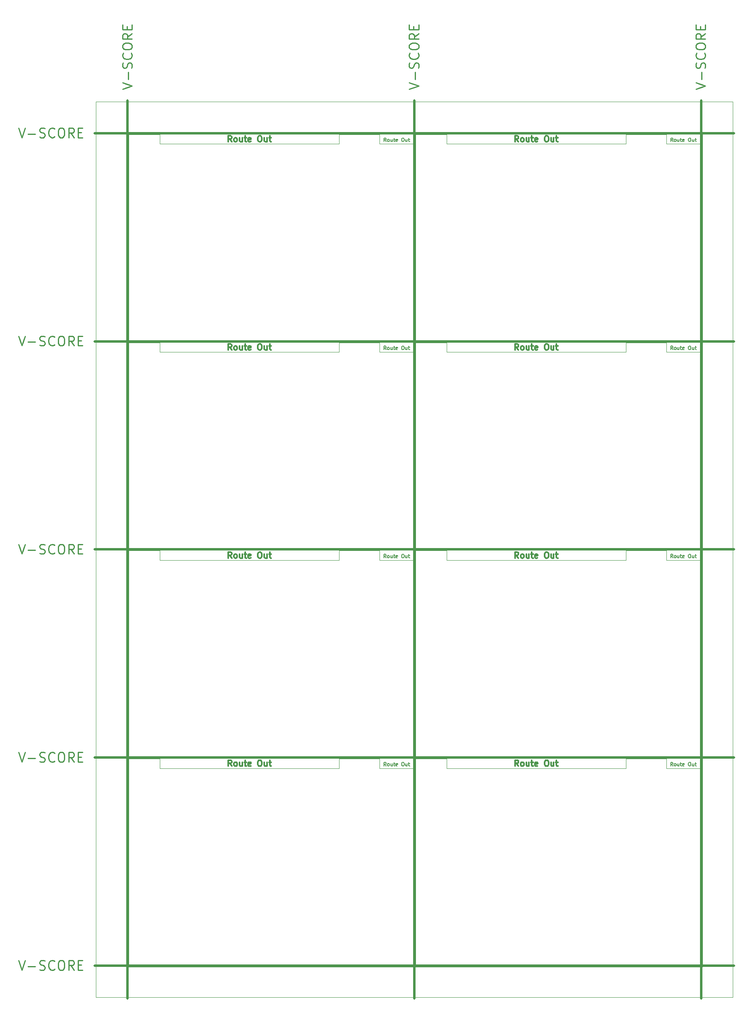
<source format=gko>
%TF.GenerationSoftware,KiCad,Pcbnew,8.0.5*%
%TF.CreationDate,2024-10-14T14:03:10+01:00*%
%TF.ProjectId,SparkFun_RTK_Facet_mosaic_panelized,53706172-6b46-4756-9e5f-52544b5f4661,rev?*%
%TF.SameCoordinates,Original*%
%TF.FileFunction,Soldermask,Bot*%
%TF.FilePolarity,Negative*%
%FSLAX46Y46*%
G04 Gerber Fmt 4.6, Leading zero omitted, Abs format (unit mm)*
G04 Created by KiCad (PCBNEW 8.0.5) date 2024-10-14 14:03:10*
%MOMM*%
%LPD*%
G01*
G04 APERTURE LIST*
%TA.AperFunction,Profile*%
%ADD10C,0.100000*%
%TD*%
%ADD11C,0.500000*%
%ADD12C,0.300000*%
%ADD13C,0.250000*%
%ADD14C,0.187500*%
G04 APERTURE END LIST*
D10*
X120000000Y174000000D02*
X120000000Y-500000D01*
X-6850000Y-6850000D02*
X-6850000Y180350000D01*
X66500000Y128000000D02*
X104000000Y128000000D01*
X104000000Y130000000D01*
X112500000Y130000000D01*
X112500000Y128000000D01*
X119500000Y128000000D01*
X119500000Y87000000D01*
X60000000Y87000000D01*
X60000000Y130000000D01*
X66500000Y130000000D01*
X66500000Y128000000D01*
X-6850000Y180350000D02*
X126350000Y180350000D01*
X126350000Y180350000D02*
X126350000Y-6850000D01*
X66500000Y171500000D02*
X104000000Y171500000D01*
X104000000Y173500000D01*
X112500000Y173500000D01*
X112500000Y171500000D01*
X119500000Y171500000D01*
X119500000Y130500000D01*
X60000000Y130500000D01*
X60000000Y173500000D01*
X66500000Y173500000D01*
X66500000Y171500000D01*
X6500000Y41000000D02*
X44000000Y41000000D01*
X44000000Y43000000D01*
X52500000Y43000000D01*
X52500000Y41000000D01*
X59500000Y41000000D01*
X59500000Y0D01*
X0Y0D01*
X0Y43000000D01*
X6500000Y43000000D01*
X6500000Y41000000D01*
X6500000Y128000000D02*
X44000000Y128000000D01*
X44000000Y130000000D01*
X52500000Y130000000D01*
X52500000Y128000000D01*
X59500000Y128000000D01*
X59500000Y87000000D01*
X0Y87000000D01*
X0Y130000000D01*
X6500000Y130000000D01*
X6500000Y128000000D01*
X66500000Y84500000D02*
X104000000Y84500000D01*
X104000000Y86500000D01*
X112500000Y86500000D01*
X112500000Y84500000D01*
X119500000Y84500000D01*
X119500000Y43500000D01*
X60000000Y43500000D01*
X60000000Y86500000D01*
X66500000Y86500000D01*
X66500000Y84500000D01*
X120000000Y-500000D02*
X-500000Y-500000D01*
X6500000Y171500000D02*
X44000000Y171500000D01*
X44000000Y173500000D01*
X52500000Y173500000D01*
X52500000Y171500000D01*
X59500000Y171500000D01*
X59500000Y130500000D01*
X0Y130500000D01*
X0Y173500000D01*
X6500000Y173500000D01*
X6500000Y171500000D01*
X-500000Y-500000D02*
X-500000Y174000000D01*
X66500000Y41000000D02*
X104000000Y41000000D01*
X104000000Y43000000D01*
X112500000Y43000000D01*
X112500000Y41000000D01*
X119500000Y41000000D01*
X119500000Y0D01*
X60000000Y0D01*
X60000000Y43000000D01*
X66500000Y43000000D01*
X66500000Y41000000D01*
X6500000Y84500000D02*
X44000000Y84500000D01*
X44000000Y86500000D01*
X52500000Y86500000D01*
X52500000Y84500000D01*
X59500000Y84500000D01*
X59500000Y43500000D01*
X0Y43500000D01*
X0Y86500000D01*
X6500000Y86500000D01*
X6500000Y84500000D01*
X-500000Y174000000D02*
X120000000Y174000000D01*
X126350000Y-6850000D02*
X-6850000Y-6850000D01*
D11*
X-7100000Y-250000D02*
X126600000Y-250000D01*
X-7100000Y86750000D02*
X126600000Y86750000D01*
X-7100000Y130250000D02*
X126600000Y130250000D01*
X-7100000Y173750000D02*
X126600000Y173750000D01*
X59750000Y180600000D02*
X59750000Y-7100000D01*
X119750000Y180600000D02*
X119750000Y-7100000D01*
X-7100000Y43250000D02*
X126600000Y43250000D01*
X-250000Y180600000D02*
X-250000Y-7100000D01*
D12*
X81529272Y128443577D02*
X81112606Y129038815D01*
X80814987Y128443577D02*
X80814987Y129693577D01*
X80814987Y129693577D02*
X81291177Y129693577D01*
X81291177Y129693577D02*
X81410225Y129634053D01*
X81410225Y129634053D02*
X81469748Y129574529D01*
X81469748Y129574529D02*
X81529272Y129455481D01*
X81529272Y129455481D02*
X81529272Y129276910D01*
X81529272Y129276910D02*
X81469748Y129157862D01*
X81469748Y129157862D02*
X81410225Y129098339D01*
X81410225Y129098339D02*
X81291177Y129038815D01*
X81291177Y129038815D02*
X80814987Y129038815D01*
X82243558Y128443577D02*
X82124510Y128503100D01*
X82124510Y128503100D02*
X82064987Y128562624D01*
X82064987Y128562624D02*
X82005463Y128681672D01*
X82005463Y128681672D02*
X82005463Y129038815D01*
X82005463Y129038815D02*
X82064987Y129157862D01*
X82064987Y129157862D02*
X82124510Y129217386D01*
X82124510Y129217386D02*
X82243558Y129276910D01*
X82243558Y129276910D02*
X82422129Y129276910D01*
X82422129Y129276910D02*
X82541177Y129217386D01*
X82541177Y129217386D02*
X82600701Y129157862D01*
X82600701Y129157862D02*
X82660225Y129038815D01*
X82660225Y129038815D02*
X82660225Y128681672D01*
X82660225Y128681672D02*
X82600701Y128562624D01*
X82600701Y128562624D02*
X82541177Y128503100D01*
X82541177Y128503100D02*
X82422129Y128443577D01*
X82422129Y128443577D02*
X82243558Y128443577D01*
X83731653Y129276910D02*
X83731653Y128443577D01*
X83195939Y129276910D02*
X83195939Y128622148D01*
X83195939Y128622148D02*
X83255462Y128503100D01*
X83255462Y128503100D02*
X83374510Y128443577D01*
X83374510Y128443577D02*
X83553081Y128443577D01*
X83553081Y128443577D02*
X83672129Y128503100D01*
X83672129Y128503100D02*
X83731653Y128562624D01*
X84148319Y129276910D02*
X84624510Y129276910D01*
X84326891Y129693577D02*
X84326891Y128622148D01*
X84326891Y128622148D02*
X84386414Y128503100D01*
X84386414Y128503100D02*
X84505462Y128443577D01*
X84505462Y128443577D02*
X84624510Y128443577D01*
X85517367Y128503100D02*
X85398319Y128443577D01*
X85398319Y128443577D02*
X85160224Y128443577D01*
X85160224Y128443577D02*
X85041177Y128503100D01*
X85041177Y128503100D02*
X84981653Y128622148D01*
X84981653Y128622148D02*
X84981653Y129098339D01*
X84981653Y129098339D02*
X85041177Y129217386D01*
X85041177Y129217386D02*
X85160224Y129276910D01*
X85160224Y129276910D02*
X85398319Y129276910D01*
X85398319Y129276910D02*
X85517367Y129217386D01*
X85517367Y129217386D02*
X85576891Y129098339D01*
X85576891Y129098339D02*
X85576891Y128979291D01*
X85576891Y128979291D02*
X84981653Y128860243D01*
X87303082Y129693577D02*
X87541177Y129693577D01*
X87541177Y129693577D02*
X87660225Y129634053D01*
X87660225Y129634053D02*
X87779272Y129515005D01*
X87779272Y129515005D02*
X87838796Y129276910D01*
X87838796Y129276910D02*
X87838796Y128860243D01*
X87838796Y128860243D02*
X87779272Y128622148D01*
X87779272Y128622148D02*
X87660225Y128503100D01*
X87660225Y128503100D02*
X87541177Y128443577D01*
X87541177Y128443577D02*
X87303082Y128443577D01*
X87303082Y128443577D02*
X87184034Y128503100D01*
X87184034Y128503100D02*
X87064987Y128622148D01*
X87064987Y128622148D02*
X87005463Y128860243D01*
X87005463Y128860243D02*
X87005463Y129276910D01*
X87005463Y129276910D02*
X87064987Y129515005D01*
X87064987Y129515005D02*
X87184034Y129634053D01*
X87184034Y129634053D02*
X87303082Y129693577D01*
X88910225Y129276910D02*
X88910225Y128443577D01*
X88374511Y129276910D02*
X88374511Y128622148D01*
X88374511Y128622148D02*
X88434034Y128503100D01*
X88434034Y128503100D02*
X88553082Y128443577D01*
X88553082Y128443577D02*
X88731653Y128443577D01*
X88731653Y128443577D02*
X88850701Y128503100D01*
X88850701Y128503100D02*
X88910225Y128562624D01*
X89326891Y129276910D02*
X89803082Y129276910D01*
X89505463Y129693577D02*
X89505463Y128622148D01*
X89505463Y128622148D02*
X89564986Y128503100D01*
X89564986Y128503100D02*
X89684034Y128443577D01*
X89684034Y128443577D02*
X89803082Y128443577D01*
D13*
X-23073997Y131337762D02*
X-22407331Y129337762D01*
X-22407331Y129337762D02*
X-21740664Y131337762D01*
X-21073997Y130099667D02*
X-19550187Y130099667D01*
X-18693045Y129433000D02*
X-18407331Y129337762D01*
X-18407331Y129337762D02*
X-17931140Y129337762D01*
X-17931140Y129337762D02*
X-17740664Y129433000D01*
X-17740664Y129433000D02*
X-17645426Y129528239D01*
X-17645426Y129528239D02*
X-17550188Y129718715D01*
X-17550188Y129718715D02*
X-17550188Y129909191D01*
X-17550188Y129909191D02*
X-17645426Y130099667D01*
X-17645426Y130099667D02*
X-17740664Y130194905D01*
X-17740664Y130194905D02*
X-17931140Y130290143D01*
X-17931140Y130290143D02*
X-18312093Y130385381D01*
X-18312093Y130385381D02*
X-18502569Y130480620D01*
X-18502569Y130480620D02*
X-18597807Y130575858D01*
X-18597807Y130575858D02*
X-18693045Y130766334D01*
X-18693045Y130766334D02*
X-18693045Y130956810D01*
X-18693045Y130956810D02*
X-18597807Y131147286D01*
X-18597807Y131147286D02*
X-18502569Y131242524D01*
X-18502569Y131242524D02*
X-18312093Y131337762D01*
X-18312093Y131337762D02*
X-17835902Y131337762D01*
X-17835902Y131337762D02*
X-17550188Y131242524D01*
X-15550188Y129528239D02*
X-15645426Y129433000D01*
X-15645426Y129433000D02*
X-15931140Y129337762D01*
X-15931140Y129337762D02*
X-16121616Y129337762D01*
X-16121616Y129337762D02*
X-16407331Y129433000D01*
X-16407331Y129433000D02*
X-16597807Y129623477D01*
X-16597807Y129623477D02*
X-16693045Y129813953D01*
X-16693045Y129813953D02*
X-16788283Y130194905D01*
X-16788283Y130194905D02*
X-16788283Y130480620D01*
X-16788283Y130480620D02*
X-16693045Y130861572D01*
X-16693045Y130861572D02*
X-16597807Y131052048D01*
X-16597807Y131052048D02*
X-16407331Y131242524D01*
X-16407331Y131242524D02*
X-16121616Y131337762D01*
X-16121616Y131337762D02*
X-15931140Y131337762D01*
X-15931140Y131337762D02*
X-15645426Y131242524D01*
X-15645426Y131242524D02*
X-15550188Y131147286D01*
X-14312093Y131337762D02*
X-13931140Y131337762D01*
X-13931140Y131337762D02*
X-13740664Y131242524D01*
X-13740664Y131242524D02*
X-13550188Y131052048D01*
X-13550188Y131052048D02*
X-13454950Y130671096D01*
X-13454950Y130671096D02*
X-13454950Y130004429D01*
X-13454950Y130004429D02*
X-13550188Y129623477D01*
X-13550188Y129623477D02*
X-13740664Y129433000D01*
X-13740664Y129433000D02*
X-13931140Y129337762D01*
X-13931140Y129337762D02*
X-14312093Y129337762D01*
X-14312093Y129337762D02*
X-14502569Y129433000D01*
X-14502569Y129433000D02*
X-14693045Y129623477D01*
X-14693045Y129623477D02*
X-14788283Y130004429D01*
X-14788283Y130004429D02*
X-14788283Y130671096D01*
X-14788283Y130671096D02*
X-14693045Y131052048D01*
X-14693045Y131052048D02*
X-14502569Y131242524D01*
X-14502569Y131242524D02*
X-14312093Y131337762D01*
X-11454950Y129337762D02*
X-12121617Y130290143D01*
X-12597807Y129337762D02*
X-12597807Y131337762D01*
X-12597807Y131337762D02*
X-11835902Y131337762D01*
X-11835902Y131337762D02*
X-11645426Y131242524D01*
X-11645426Y131242524D02*
X-11550188Y131147286D01*
X-11550188Y131147286D02*
X-11454950Y130956810D01*
X-11454950Y130956810D02*
X-11454950Y130671096D01*
X-11454950Y130671096D02*
X-11550188Y130480620D01*
X-11550188Y130480620D02*
X-11645426Y130385381D01*
X-11645426Y130385381D02*
X-11835902Y130290143D01*
X-11835902Y130290143D02*
X-12597807Y130290143D01*
X-10597807Y130385381D02*
X-9931140Y130385381D01*
X-9645426Y129337762D02*
X-10597807Y129337762D01*
X-10597807Y129337762D02*
X-10597807Y131337762D01*
X-10597807Y131337762D02*
X-9645426Y131337762D01*
X-23073997Y44337762D02*
X-22407331Y42337762D01*
X-22407331Y42337762D02*
X-21740664Y44337762D01*
X-21073997Y43099667D02*
X-19550187Y43099667D01*
X-18693045Y42433000D02*
X-18407331Y42337762D01*
X-18407331Y42337762D02*
X-17931140Y42337762D01*
X-17931140Y42337762D02*
X-17740664Y42433000D01*
X-17740664Y42433000D02*
X-17645426Y42528239D01*
X-17645426Y42528239D02*
X-17550188Y42718715D01*
X-17550188Y42718715D02*
X-17550188Y42909191D01*
X-17550188Y42909191D02*
X-17645426Y43099667D01*
X-17645426Y43099667D02*
X-17740664Y43194905D01*
X-17740664Y43194905D02*
X-17931140Y43290143D01*
X-17931140Y43290143D02*
X-18312093Y43385381D01*
X-18312093Y43385381D02*
X-18502569Y43480620D01*
X-18502569Y43480620D02*
X-18597807Y43575858D01*
X-18597807Y43575858D02*
X-18693045Y43766334D01*
X-18693045Y43766334D02*
X-18693045Y43956810D01*
X-18693045Y43956810D02*
X-18597807Y44147286D01*
X-18597807Y44147286D02*
X-18502569Y44242524D01*
X-18502569Y44242524D02*
X-18312093Y44337762D01*
X-18312093Y44337762D02*
X-17835902Y44337762D01*
X-17835902Y44337762D02*
X-17550188Y44242524D01*
X-15550188Y42528239D02*
X-15645426Y42433000D01*
X-15645426Y42433000D02*
X-15931140Y42337762D01*
X-15931140Y42337762D02*
X-16121616Y42337762D01*
X-16121616Y42337762D02*
X-16407331Y42433000D01*
X-16407331Y42433000D02*
X-16597807Y42623477D01*
X-16597807Y42623477D02*
X-16693045Y42813953D01*
X-16693045Y42813953D02*
X-16788283Y43194905D01*
X-16788283Y43194905D02*
X-16788283Y43480620D01*
X-16788283Y43480620D02*
X-16693045Y43861572D01*
X-16693045Y43861572D02*
X-16597807Y44052048D01*
X-16597807Y44052048D02*
X-16407331Y44242524D01*
X-16407331Y44242524D02*
X-16121616Y44337762D01*
X-16121616Y44337762D02*
X-15931140Y44337762D01*
X-15931140Y44337762D02*
X-15645426Y44242524D01*
X-15645426Y44242524D02*
X-15550188Y44147286D01*
X-14312093Y44337762D02*
X-13931140Y44337762D01*
X-13931140Y44337762D02*
X-13740664Y44242524D01*
X-13740664Y44242524D02*
X-13550188Y44052048D01*
X-13550188Y44052048D02*
X-13454950Y43671096D01*
X-13454950Y43671096D02*
X-13454950Y43004429D01*
X-13454950Y43004429D02*
X-13550188Y42623477D01*
X-13550188Y42623477D02*
X-13740664Y42433000D01*
X-13740664Y42433000D02*
X-13931140Y42337762D01*
X-13931140Y42337762D02*
X-14312093Y42337762D01*
X-14312093Y42337762D02*
X-14502569Y42433000D01*
X-14502569Y42433000D02*
X-14693045Y42623477D01*
X-14693045Y42623477D02*
X-14788283Y43004429D01*
X-14788283Y43004429D02*
X-14788283Y43671096D01*
X-14788283Y43671096D02*
X-14693045Y44052048D01*
X-14693045Y44052048D02*
X-14502569Y44242524D01*
X-14502569Y44242524D02*
X-14312093Y44337762D01*
X-11454950Y42337762D02*
X-12121617Y43290143D01*
X-12597807Y42337762D02*
X-12597807Y44337762D01*
X-12597807Y44337762D02*
X-11835902Y44337762D01*
X-11835902Y44337762D02*
X-11645426Y44242524D01*
X-11645426Y44242524D02*
X-11550188Y44147286D01*
X-11550188Y44147286D02*
X-11454950Y43956810D01*
X-11454950Y43956810D02*
X-11454950Y43671096D01*
X-11454950Y43671096D02*
X-11550188Y43480620D01*
X-11550188Y43480620D02*
X-11645426Y43385381D01*
X-11645426Y43385381D02*
X-11835902Y43290143D01*
X-11835902Y43290143D02*
X-12597807Y43290143D01*
X-10597807Y43385381D02*
X-9931140Y43385381D01*
X-9645426Y42337762D02*
X-10597807Y42337762D01*
X-10597807Y42337762D02*
X-10597807Y44337762D01*
X-10597807Y44337762D02*
X-9645426Y44337762D01*
D12*
X81529272Y41443577D02*
X81112606Y42038815D01*
X80814987Y41443577D02*
X80814987Y42693577D01*
X80814987Y42693577D02*
X81291177Y42693577D01*
X81291177Y42693577D02*
X81410225Y42634053D01*
X81410225Y42634053D02*
X81469748Y42574529D01*
X81469748Y42574529D02*
X81529272Y42455481D01*
X81529272Y42455481D02*
X81529272Y42276910D01*
X81529272Y42276910D02*
X81469748Y42157862D01*
X81469748Y42157862D02*
X81410225Y42098339D01*
X81410225Y42098339D02*
X81291177Y42038815D01*
X81291177Y42038815D02*
X80814987Y42038815D01*
X82243558Y41443577D02*
X82124510Y41503100D01*
X82124510Y41503100D02*
X82064987Y41562624D01*
X82064987Y41562624D02*
X82005463Y41681672D01*
X82005463Y41681672D02*
X82005463Y42038815D01*
X82005463Y42038815D02*
X82064987Y42157862D01*
X82064987Y42157862D02*
X82124510Y42217386D01*
X82124510Y42217386D02*
X82243558Y42276910D01*
X82243558Y42276910D02*
X82422129Y42276910D01*
X82422129Y42276910D02*
X82541177Y42217386D01*
X82541177Y42217386D02*
X82600701Y42157862D01*
X82600701Y42157862D02*
X82660225Y42038815D01*
X82660225Y42038815D02*
X82660225Y41681672D01*
X82660225Y41681672D02*
X82600701Y41562624D01*
X82600701Y41562624D02*
X82541177Y41503100D01*
X82541177Y41503100D02*
X82422129Y41443577D01*
X82422129Y41443577D02*
X82243558Y41443577D01*
X83731653Y42276910D02*
X83731653Y41443577D01*
X83195939Y42276910D02*
X83195939Y41622148D01*
X83195939Y41622148D02*
X83255462Y41503100D01*
X83255462Y41503100D02*
X83374510Y41443577D01*
X83374510Y41443577D02*
X83553081Y41443577D01*
X83553081Y41443577D02*
X83672129Y41503100D01*
X83672129Y41503100D02*
X83731653Y41562624D01*
X84148319Y42276910D02*
X84624510Y42276910D01*
X84326891Y42693577D02*
X84326891Y41622148D01*
X84326891Y41622148D02*
X84386414Y41503100D01*
X84386414Y41503100D02*
X84505462Y41443577D01*
X84505462Y41443577D02*
X84624510Y41443577D01*
X85517367Y41503100D02*
X85398319Y41443577D01*
X85398319Y41443577D02*
X85160224Y41443577D01*
X85160224Y41443577D02*
X85041177Y41503100D01*
X85041177Y41503100D02*
X84981653Y41622148D01*
X84981653Y41622148D02*
X84981653Y42098339D01*
X84981653Y42098339D02*
X85041177Y42217386D01*
X85041177Y42217386D02*
X85160224Y42276910D01*
X85160224Y42276910D02*
X85398319Y42276910D01*
X85398319Y42276910D02*
X85517367Y42217386D01*
X85517367Y42217386D02*
X85576891Y42098339D01*
X85576891Y42098339D02*
X85576891Y41979291D01*
X85576891Y41979291D02*
X84981653Y41860243D01*
X87303082Y42693577D02*
X87541177Y42693577D01*
X87541177Y42693577D02*
X87660225Y42634053D01*
X87660225Y42634053D02*
X87779272Y42515005D01*
X87779272Y42515005D02*
X87838796Y42276910D01*
X87838796Y42276910D02*
X87838796Y41860243D01*
X87838796Y41860243D02*
X87779272Y41622148D01*
X87779272Y41622148D02*
X87660225Y41503100D01*
X87660225Y41503100D02*
X87541177Y41443577D01*
X87541177Y41443577D02*
X87303082Y41443577D01*
X87303082Y41443577D02*
X87184034Y41503100D01*
X87184034Y41503100D02*
X87064987Y41622148D01*
X87064987Y41622148D02*
X87005463Y41860243D01*
X87005463Y41860243D02*
X87005463Y42276910D01*
X87005463Y42276910D02*
X87064987Y42515005D01*
X87064987Y42515005D02*
X87184034Y42634053D01*
X87184034Y42634053D02*
X87303082Y42693577D01*
X88910225Y42276910D02*
X88910225Y41443577D01*
X88374511Y42276910D02*
X88374511Y41622148D01*
X88374511Y41622148D02*
X88434034Y41503100D01*
X88434034Y41503100D02*
X88553082Y41443577D01*
X88553082Y41443577D02*
X88731653Y41443577D01*
X88731653Y41443577D02*
X88850701Y41503100D01*
X88850701Y41503100D02*
X88910225Y41562624D01*
X89326891Y42276910D02*
X89803082Y42276910D01*
X89505463Y42693577D02*
X89505463Y41622148D01*
X89505463Y41622148D02*
X89564986Y41503100D01*
X89564986Y41503100D02*
X89684034Y41443577D01*
X89684034Y41443577D02*
X89803082Y41443577D01*
D14*
X53816497Y41503536D02*
X53566497Y41860679D01*
X53387926Y41503536D02*
X53387926Y42253536D01*
X53387926Y42253536D02*
X53673640Y42253536D01*
X53673640Y42253536D02*
X53745069Y42217822D01*
X53745069Y42217822D02*
X53780783Y42182108D01*
X53780783Y42182108D02*
X53816497Y42110679D01*
X53816497Y42110679D02*
X53816497Y42003536D01*
X53816497Y42003536D02*
X53780783Y41932108D01*
X53780783Y41932108D02*
X53745069Y41896393D01*
X53745069Y41896393D02*
X53673640Y41860679D01*
X53673640Y41860679D02*
X53387926Y41860679D01*
X54245069Y41503536D02*
X54173640Y41539250D01*
X54173640Y41539250D02*
X54137926Y41574965D01*
X54137926Y41574965D02*
X54102212Y41646393D01*
X54102212Y41646393D02*
X54102212Y41860679D01*
X54102212Y41860679D02*
X54137926Y41932108D01*
X54137926Y41932108D02*
X54173640Y41967822D01*
X54173640Y41967822D02*
X54245069Y42003536D01*
X54245069Y42003536D02*
X54352212Y42003536D01*
X54352212Y42003536D02*
X54423640Y41967822D01*
X54423640Y41967822D02*
X54459355Y41932108D01*
X54459355Y41932108D02*
X54495069Y41860679D01*
X54495069Y41860679D02*
X54495069Y41646393D01*
X54495069Y41646393D02*
X54459355Y41574965D01*
X54459355Y41574965D02*
X54423640Y41539250D01*
X54423640Y41539250D02*
X54352212Y41503536D01*
X54352212Y41503536D02*
X54245069Y41503536D01*
X55137926Y42003536D02*
X55137926Y41503536D01*
X54816497Y42003536D02*
X54816497Y41610679D01*
X54816497Y41610679D02*
X54852211Y41539250D01*
X54852211Y41539250D02*
X54923640Y41503536D01*
X54923640Y41503536D02*
X55030783Y41503536D01*
X55030783Y41503536D02*
X55102211Y41539250D01*
X55102211Y41539250D02*
X55137926Y41574965D01*
X55387925Y42003536D02*
X55673639Y42003536D01*
X55495068Y42253536D02*
X55495068Y41610679D01*
X55495068Y41610679D02*
X55530782Y41539250D01*
X55530782Y41539250D02*
X55602211Y41503536D01*
X55602211Y41503536D02*
X55673639Y41503536D01*
X56209353Y41539250D02*
X56137925Y41503536D01*
X56137925Y41503536D02*
X55995068Y41503536D01*
X55995068Y41503536D02*
X55923639Y41539250D01*
X55923639Y41539250D02*
X55887925Y41610679D01*
X55887925Y41610679D02*
X55887925Y41896393D01*
X55887925Y41896393D02*
X55923639Y41967822D01*
X55923639Y41967822D02*
X55995068Y42003536D01*
X55995068Y42003536D02*
X56137925Y42003536D01*
X56137925Y42003536D02*
X56209353Y41967822D01*
X56209353Y41967822D02*
X56245068Y41896393D01*
X56245068Y41896393D02*
X56245068Y41824965D01*
X56245068Y41824965D02*
X55887925Y41753536D01*
X57280782Y42253536D02*
X57423639Y42253536D01*
X57423639Y42253536D02*
X57495068Y42217822D01*
X57495068Y42217822D02*
X57566496Y42146393D01*
X57566496Y42146393D02*
X57602211Y42003536D01*
X57602211Y42003536D02*
X57602211Y41753536D01*
X57602211Y41753536D02*
X57566496Y41610679D01*
X57566496Y41610679D02*
X57495068Y41539250D01*
X57495068Y41539250D02*
X57423639Y41503536D01*
X57423639Y41503536D02*
X57280782Y41503536D01*
X57280782Y41503536D02*
X57209354Y41539250D01*
X57209354Y41539250D02*
X57137925Y41610679D01*
X57137925Y41610679D02*
X57102211Y41753536D01*
X57102211Y41753536D02*
X57102211Y42003536D01*
X57102211Y42003536D02*
X57137925Y42146393D01*
X57137925Y42146393D02*
X57209354Y42217822D01*
X57209354Y42217822D02*
X57280782Y42253536D01*
X58245068Y42003536D02*
X58245068Y41503536D01*
X57923639Y42003536D02*
X57923639Y41610679D01*
X57923639Y41610679D02*
X57959353Y41539250D01*
X57959353Y41539250D02*
X58030782Y41503536D01*
X58030782Y41503536D02*
X58137925Y41503536D01*
X58137925Y41503536D02*
X58209353Y41539250D01*
X58209353Y41539250D02*
X58245068Y41574965D01*
X58495067Y42003536D02*
X58780781Y42003536D01*
X58602210Y42253536D02*
X58602210Y41610679D01*
X58602210Y41610679D02*
X58637924Y41539250D01*
X58637924Y41539250D02*
X58709353Y41503536D01*
X58709353Y41503536D02*
X58780781Y41503536D01*
D12*
X21529272Y41443577D02*
X21112606Y42038815D01*
X20814987Y41443577D02*
X20814987Y42693577D01*
X20814987Y42693577D02*
X21291177Y42693577D01*
X21291177Y42693577D02*
X21410225Y42634053D01*
X21410225Y42634053D02*
X21469748Y42574529D01*
X21469748Y42574529D02*
X21529272Y42455481D01*
X21529272Y42455481D02*
X21529272Y42276910D01*
X21529272Y42276910D02*
X21469748Y42157862D01*
X21469748Y42157862D02*
X21410225Y42098339D01*
X21410225Y42098339D02*
X21291177Y42038815D01*
X21291177Y42038815D02*
X20814987Y42038815D01*
X22243558Y41443577D02*
X22124510Y41503100D01*
X22124510Y41503100D02*
X22064987Y41562624D01*
X22064987Y41562624D02*
X22005463Y41681672D01*
X22005463Y41681672D02*
X22005463Y42038815D01*
X22005463Y42038815D02*
X22064987Y42157862D01*
X22064987Y42157862D02*
X22124510Y42217386D01*
X22124510Y42217386D02*
X22243558Y42276910D01*
X22243558Y42276910D02*
X22422129Y42276910D01*
X22422129Y42276910D02*
X22541177Y42217386D01*
X22541177Y42217386D02*
X22600701Y42157862D01*
X22600701Y42157862D02*
X22660225Y42038815D01*
X22660225Y42038815D02*
X22660225Y41681672D01*
X22660225Y41681672D02*
X22600701Y41562624D01*
X22600701Y41562624D02*
X22541177Y41503100D01*
X22541177Y41503100D02*
X22422129Y41443577D01*
X22422129Y41443577D02*
X22243558Y41443577D01*
X23731653Y42276910D02*
X23731653Y41443577D01*
X23195939Y42276910D02*
X23195939Y41622148D01*
X23195939Y41622148D02*
X23255462Y41503100D01*
X23255462Y41503100D02*
X23374510Y41443577D01*
X23374510Y41443577D02*
X23553081Y41443577D01*
X23553081Y41443577D02*
X23672129Y41503100D01*
X23672129Y41503100D02*
X23731653Y41562624D01*
X24148319Y42276910D02*
X24624510Y42276910D01*
X24326891Y42693577D02*
X24326891Y41622148D01*
X24326891Y41622148D02*
X24386414Y41503100D01*
X24386414Y41503100D02*
X24505462Y41443577D01*
X24505462Y41443577D02*
X24624510Y41443577D01*
X25517367Y41503100D02*
X25398319Y41443577D01*
X25398319Y41443577D02*
X25160224Y41443577D01*
X25160224Y41443577D02*
X25041177Y41503100D01*
X25041177Y41503100D02*
X24981653Y41622148D01*
X24981653Y41622148D02*
X24981653Y42098339D01*
X24981653Y42098339D02*
X25041177Y42217386D01*
X25041177Y42217386D02*
X25160224Y42276910D01*
X25160224Y42276910D02*
X25398319Y42276910D01*
X25398319Y42276910D02*
X25517367Y42217386D01*
X25517367Y42217386D02*
X25576891Y42098339D01*
X25576891Y42098339D02*
X25576891Y41979291D01*
X25576891Y41979291D02*
X24981653Y41860243D01*
X27303082Y42693577D02*
X27541177Y42693577D01*
X27541177Y42693577D02*
X27660225Y42634053D01*
X27660225Y42634053D02*
X27779272Y42515005D01*
X27779272Y42515005D02*
X27838796Y42276910D01*
X27838796Y42276910D02*
X27838796Y41860243D01*
X27838796Y41860243D02*
X27779272Y41622148D01*
X27779272Y41622148D02*
X27660225Y41503100D01*
X27660225Y41503100D02*
X27541177Y41443577D01*
X27541177Y41443577D02*
X27303082Y41443577D01*
X27303082Y41443577D02*
X27184034Y41503100D01*
X27184034Y41503100D02*
X27064987Y41622148D01*
X27064987Y41622148D02*
X27005463Y41860243D01*
X27005463Y41860243D02*
X27005463Y42276910D01*
X27005463Y42276910D02*
X27064987Y42515005D01*
X27064987Y42515005D02*
X27184034Y42634053D01*
X27184034Y42634053D02*
X27303082Y42693577D01*
X28910225Y42276910D02*
X28910225Y41443577D01*
X28374511Y42276910D02*
X28374511Y41622148D01*
X28374511Y41622148D02*
X28434034Y41503100D01*
X28434034Y41503100D02*
X28553082Y41443577D01*
X28553082Y41443577D02*
X28731653Y41443577D01*
X28731653Y41443577D02*
X28850701Y41503100D01*
X28850701Y41503100D02*
X28910225Y41562624D01*
X29326891Y42276910D02*
X29803082Y42276910D01*
X29505463Y42693577D02*
X29505463Y41622148D01*
X29505463Y41622148D02*
X29564986Y41503100D01*
X29564986Y41503100D02*
X29684034Y41443577D01*
X29684034Y41443577D02*
X29803082Y41443577D01*
D14*
X53816497Y128503536D02*
X53566497Y128860679D01*
X53387926Y128503536D02*
X53387926Y129253536D01*
X53387926Y129253536D02*
X53673640Y129253536D01*
X53673640Y129253536D02*
X53745069Y129217822D01*
X53745069Y129217822D02*
X53780783Y129182108D01*
X53780783Y129182108D02*
X53816497Y129110679D01*
X53816497Y129110679D02*
X53816497Y129003536D01*
X53816497Y129003536D02*
X53780783Y128932108D01*
X53780783Y128932108D02*
X53745069Y128896393D01*
X53745069Y128896393D02*
X53673640Y128860679D01*
X53673640Y128860679D02*
X53387926Y128860679D01*
X54245069Y128503536D02*
X54173640Y128539250D01*
X54173640Y128539250D02*
X54137926Y128574965D01*
X54137926Y128574965D02*
X54102212Y128646393D01*
X54102212Y128646393D02*
X54102212Y128860679D01*
X54102212Y128860679D02*
X54137926Y128932108D01*
X54137926Y128932108D02*
X54173640Y128967822D01*
X54173640Y128967822D02*
X54245069Y129003536D01*
X54245069Y129003536D02*
X54352212Y129003536D01*
X54352212Y129003536D02*
X54423640Y128967822D01*
X54423640Y128967822D02*
X54459355Y128932108D01*
X54459355Y128932108D02*
X54495069Y128860679D01*
X54495069Y128860679D02*
X54495069Y128646393D01*
X54495069Y128646393D02*
X54459355Y128574965D01*
X54459355Y128574965D02*
X54423640Y128539250D01*
X54423640Y128539250D02*
X54352212Y128503536D01*
X54352212Y128503536D02*
X54245069Y128503536D01*
X55137926Y129003536D02*
X55137926Y128503536D01*
X54816497Y129003536D02*
X54816497Y128610679D01*
X54816497Y128610679D02*
X54852211Y128539250D01*
X54852211Y128539250D02*
X54923640Y128503536D01*
X54923640Y128503536D02*
X55030783Y128503536D01*
X55030783Y128503536D02*
X55102211Y128539250D01*
X55102211Y128539250D02*
X55137926Y128574965D01*
X55387925Y129003536D02*
X55673639Y129003536D01*
X55495068Y129253536D02*
X55495068Y128610679D01*
X55495068Y128610679D02*
X55530782Y128539250D01*
X55530782Y128539250D02*
X55602211Y128503536D01*
X55602211Y128503536D02*
X55673639Y128503536D01*
X56209353Y128539250D02*
X56137925Y128503536D01*
X56137925Y128503536D02*
X55995068Y128503536D01*
X55995068Y128503536D02*
X55923639Y128539250D01*
X55923639Y128539250D02*
X55887925Y128610679D01*
X55887925Y128610679D02*
X55887925Y128896393D01*
X55887925Y128896393D02*
X55923639Y128967822D01*
X55923639Y128967822D02*
X55995068Y129003536D01*
X55995068Y129003536D02*
X56137925Y129003536D01*
X56137925Y129003536D02*
X56209353Y128967822D01*
X56209353Y128967822D02*
X56245068Y128896393D01*
X56245068Y128896393D02*
X56245068Y128824965D01*
X56245068Y128824965D02*
X55887925Y128753536D01*
X57280782Y129253536D02*
X57423639Y129253536D01*
X57423639Y129253536D02*
X57495068Y129217822D01*
X57495068Y129217822D02*
X57566496Y129146393D01*
X57566496Y129146393D02*
X57602211Y129003536D01*
X57602211Y129003536D02*
X57602211Y128753536D01*
X57602211Y128753536D02*
X57566496Y128610679D01*
X57566496Y128610679D02*
X57495068Y128539250D01*
X57495068Y128539250D02*
X57423639Y128503536D01*
X57423639Y128503536D02*
X57280782Y128503536D01*
X57280782Y128503536D02*
X57209354Y128539250D01*
X57209354Y128539250D02*
X57137925Y128610679D01*
X57137925Y128610679D02*
X57102211Y128753536D01*
X57102211Y128753536D02*
X57102211Y129003536D01*
X57102211Y129003536D02*
X57137925Y129146393D01*
X57137925Y129146393D02*
X57209354Y129217822D01*
X57209354Y129217822D02*
X57280782Y129253536D01*
X58245068Y129003536D02*
X58245068Y128503536D01*
X57923639Y129003536D02*
X57923639Y128610679D01*
X57923639Y128610679D02*
X57959353Y128539250D01*
X57959353Y128539250D02*
X58030782Y128503536D01*
X58030782Y128503536D02*
X58137925Y128503536D01*
X58137925Y128503536D02*
X58209353Y128539250D01*
X58209353Y128539250D02*
X58245068Y128574965D01*
X58495067Y129003536D02*
X58780781Y129003536D01*
X58602210Y129253536D02*
X58602210Y128610679D01*
X58602210Y128610679D02*
X58637924Y128539250D01*
X58637924Y128539250D02*
X58709353Y128503536D01*
X58709353Y128503536D02*
X58780781Y128503536D01*
X113816497Y172003535D02*
X113566497Y172360678D01*
X113387926Y172003535D02*
X113387926Y172753535D01*
X113387926Y172753535D02*
X113673640Y172753535D01*
X113673640Y172753535D02*
X113745069Y172717821D01*
X113745069Y172717821D02*
X113780783Y172682107D01*
X113780783Y172682107D02*
X113816497Y172610678D01*
X113816497Y172610678D02*
X113816497Y172503535D01*
X113816497Y172503535D02*
X113780783Y172432107D01*
X113780783Y172432107D02*
X113745069Y172396392D01*
X113745069Y172396392D02*
X113673640Y172360678D01*
X113673640Y172360678D02*
X113387926Y172360678D01*
X114245069Y172003535D02*
X114173640Y172039250D01*
X114173640Y172039250D02*
X114137926Y172074964D01*
X114137926Y172074964D02*
X114102212Y172146392D01*
X114102212Y172146392D02*
X114102212Y172360678D01*
X114102212Y172360678D02*
X114137926Y172432107D01*
X114137926Y172432107D02*
X114173640Y172467821D01*
X114173640Y172467821D02*
X114245069Y172503535D01*
X114245069Y172503535D02*
X114352212Y172503535D01*
X114352212Y172503535D02*
X114423640Y172467821D01*
X114423640Y172467821D02*
X114459355Y172432107D01*
X114459355Y172432107D02*
X114495069Y172360678D01*
X114495069Y172360678D02*
X114495069Y172146392D01*
X114495069Y172146392D02*
X114459355Y172074964D01*
X114459355Y172074964D02*
X114423640Y172039250D01*
X114423640Y172039250D02*
X114352212Y172003535D01*
X114352212Y172003535D02*
X114245069Y172003535D01*
X115137926Y172503535D02*
X115137926Y172003535D01*
X114816497Y172503535D02*
X114816497Y172110678D01*
X114816497Y172110678D02*
X114852211Y172039250D01*
X114852211Y172039250D02*
X114923640Y172003535D01*
X114923640Y172003535D02*
X115030783Y172003535D01*
X115030783Y172003535D02*
X115102211Y172039250D01*
X115102211Y172039250D02*
X115137926Y172074964D01*
X115387925Y172503535D02*
X115673639Y172503535D01*
X115495068Y172753535D02*
X115495068Y172110678D01*
X115495068Y172110678D02*
X115530782Y172039250D01*
X115530782Y172039250D02*
X115602211Y172003535D01*
X115602211Y172003535D02*
X115673639Y172003535D01*
X116209353Y172039250D02*
X116137925Y172003535D01*
X116137925Y172003535D02*
X115995068Y172003535D01*
X115995068Y172003535D02*
X115923639Y172039250D01*
X115923639Y172039250D02*
X115887925Y172110678D01*
X115887925Y172110678D02*
X115887925Y172396392D01*
X115887925Y172396392D02*
X115923639Y172467821D01*
X115923639Y172467821D02*
X115995068Y172503535D01*
X115995068Y172503535D02*
X116137925Y172503535D01*
X116137925Y172503535D02*
X116209353Y172467821D01*
X116209353Y172467821D02*
X116245068Y172396392D01*
X116245068Y172396392D02*
X116245068Y172324964D01*
X116245068Y172324964D02*
X115887925Y172253535D01*
X117280782Y172753535D02*
X117423639Y172753535D01*
X117423639Y172753535D02*
X117495068Y172717821D01*
X117495068Y172717821D02*
X117566496Y172646392D01*
X117566496Y172646392D02*
X117602211Y172503535D01*
X117602211Y172503535D02*
X117602211Y172253535D01*
X117602211Y172253535D02*
X117566496Y172110678D01*
X117566496Y172110678D02*
X117495068Y172039250D01*
X117495068Y172039250D02*
X117423639Y172003535D01*
X117423639Y172003535D02*
X117280782Y172003535D01*
X117280782Y172003535D02*
X117209354Y172039250D01*
X117209354Y172039250D02*
X117137925Y172110678D01*
X117137925Y172110678D02*
X117102211Y172253535D01*
X117102211Y172253535D02*
X117102211Y172503535D01*
X117102211Y172503535D02*
X117137925Y172646392D01*
X117137925Y172646392D02*
X117209354Y172717821D01*
X117209354Y172717821D02*
X117280782Y172753535D01*
X118245068Y172503535D02*
X118245068Y172003535D01*
X117923639Y172503535D02*
X117923639Y172110678D01*
X117923639Y172110678D02*
X117959353Y172039250D01*
X117959353Y172039250D02*
X118030782Y172003535D01*
X118030782Y172003535D02*
X118137925Y172003535D01*
X118137925Y172003535D02*
X118209353Y172039250D01*
X118209353Y172039250D02*
X118245068Y172074964D01*
X118495067Y172503535D02*
X118780781Y172503535D01*
X118602210Y172753535D02*
X118602210Y172110678D01*
X118602210Y172110678D02*
X118637924Y172039250D01*
X118637924Y172039250D02*
X118709353Y172003535D01*
X118709353Y172003535D02*
X118780781Y172003535D01*
D13*
X-23073997Y837762D02*
X-22407331Y-1162238D01*
X-22407331Y-1162238D02*
X-21740664Y837762D01*
X-21073997Y-400333D02*
X-19550187Y-400333D01*
X-18693045Y-1067000D02*
X-18407331Y-1162238D01*
X-18407331Y-1162238D02*
X-17931140Y-1162238D01*
X-17931140Y-1162238D02*
X-17740664Y-1067000D01*
X-17740664Y-1067000D02*
X-17645426Y-971761D01*
X-17645426Y-971761D02*
X-17550188Y-781285D01*
X-17550188Y-781285D02*
X-17550188Y-590809D01*
X-17550188Y-590809D02*
X-17645426Y-400333D01*
X-17645426Y-400333D02*
X-17740664Y-305095D01*
X-17740664Y-305095D02*
X-17931140Y-209857D01*
X-17931140Y-209857D02*
X-18312093Y-114619D01*
X-18312093Y-114619D02*
X-18502569Y-19380D01*
X-18502569Y-19380D02*
X-18597807Y75858D01*
X-18597807Y75858D02*
X-18693045Y266334D01*
X-18693045Y266334D02*
X-18693045Y456810D01*
X-18693045Y456810D02*
X-18597807Y647286D01*
X-18597807Y647286D02*
X-18502569Y742524D01*
X-18502569Y742524D02*
X-18312093Y837762D01*
X-18312093Y837762D02*
X-17835902Y837762D01*
X-17835902Y837762D02*
X-17550188Y742524D01*
X-15550188Y-971761D02*
X-15645426Y-1067000D01*
X-15645426Y-1067000D02*
X-15931140Y-1162238D01*
X-15931140Y-1162238D02*
X-16121616Y-1162238D01*
X-16121616Y-1162238D02*
X-16407331Y-1067000D01*
X-16407331Y-1067000D02*
X-16597807Y-876523D01*
X-16597807Y-876523D02*
X-16693045Y-686047D01*
X-16693045Y-686047D02*
X-16788283Y-305095D01*
X-16788283Y-305095D02*
X-16788283Y-19380D01*
X-16788283Y-19380D02*
X-16693045Y361572D01*
X-16693045Y361572D02*
X-16597807Y552048D01*
X-16597807Y552048D02*
X-16407331Y742524D01*
X-16407331Y742524D02*
X-16121616Y837762D01*
X-16121616Y837762D02*
X-15931140Y837762D01*
X-15931140Y837762D02*
X-15645426Y742524D01*
X-15645426Y742524D02*
X-15550188Y647286D01*
X-14312093Y837762D02*
X-13931140Y837762D01*
X-13931140Y837762D02*
X-13740664Y742524D01*
X-13740664Y742524D02*
X-13550188Y552048D01*
X-13550188Y552048D02*
X-13454950Y171096D01*
X-13454950Y171096D02*
X-13454950Y-495571D01*
X-13454950Y-495571D02*
X-13550188Y-876523D01*
X-13550188Y-876523D02*
X-13740664Y-1067000D01*
X-13740664Y-1067000D02*
X-13931140Y-1162238D01*
X-13931140Y-1162238D02*
X-14312093Y-1162238D01*
X-14312093Y-1162238D02*
X-14502569Y-1067000D01*
X-14502569Y-1067000D02*
X-14693045Y-876523D01*
X-14693045Y-876523D02*
X-14788283Y-495571D01*
X-14788283Y-495571D02*
X-14788283Y171096D01*
X-14788283Y171096D02*
X-14693045Y552048D01*
X-14693045Y552048D02*
X-14502569Y742524D01*
X-14502569Y742524D02*
X-14312093Y837762D01*
X-11454950Y-1162238D02*
X-12121617Y-209857D01*
X-12597807Y-1162238D02*
X-12597807Y837762D01*
X-12597807Y837762D02*
X-11835902Y837762D01*
X-11835902Y837762D02*
X-11645426Y742524D01*
X-11645426Y742524D02*
X-11550188Y647286D01*
X-11550188Y647286D02*
X-11454950Y456810D01*
X-11454950Y456810D02*
X-11454950Y171096D01*
X-11454950Y171096D02*
X-11550188Y-19380D01*
X-11550188Y-19380D02*
X-11645426Y-114619D01*
X-11645426Y-114619D02*
X-11835902Y-209857D01*
X-11835902Y-209857D02*
X-12597807Y-209857D01*
X-10597807Y-114619D02*
X-9931140Y-114619D01*
X-9645426Y-1162238D02*
X-10597807Y-1162238D01*
X-10597807Y-1162238D02*
X-10597807Y837762D01*
X-10597807Y837762D02*
X-9645426Y837762D01*
D12*
X21529272Y84943577D02*
X21112606Y85538815D01*
X20814987Y84943577D02*
X20814987Y86193577D01*
X20814987Y86193577D02*
X21291177Y86193577D01*
X21291177Y86193577D02*
X21410225Y86134053D01*
X21410225Y86134053D02*
X21469748Y86074529D01*
X21469748Y86074529D02*
X21529272Y85955481D01*
X21529272Y85955481D02*
X21529272Y85776910D01*
X21529272Y85776910D02*
X21469748Y85657862D01*
X21469748Y85657862D02*
X21410225Y85598339D01*
X21410225Y85598339D02*
X21291177Y85538815D01*
X21291177Y85538815D02*
X20814987Y85538815D01*
X22243558Y84943577D02*
X22124510Y85003100D01*
X22124510Y85003100D02*
X22064987Y85062624D01*
X22064987Y85062624D02*
X22005463Y85181672D01*
X22005463Y85181672D02*
X22005463Y85538815D01*
X22005463Y85538815D02*
X22064987Y85657862D01*
X22064987Y85657862D02*
X22124510Y85717386D01*
X22124510Y85717386D02*
X22243558Y85776910D01*
X22243558Y85776910D02*
X22422129Y85776910D01*
X22422129Y85776910D02*
X22541177Y85717386D01*
X22541177Y85717386D02*
X22600701Y85657862D01*
X22600701Y85657862D02*
X22660225Y85538815D01*
X22660225Y85538815D02*
X22660225Y85181672D01*
X22660225Y85181672D02*
X22600701Y85062624D01*
X22600701Y85062624D02*
X22541177Y85003100D01*
X22541177Y85003100D02*
X22422129Y84943577D01*
X22422129Y84943577D02*
X22243558Y84943577D01*
X23731653Y85776910D02*
X23731653Y84943577D01*
X23195939Y85776910D02*
X23195939Y85122148D01*
X23195939Y85122148D02*
X23255462Y85003100D01*
X23255462Y85003100D02*
X23374510Y84943577D01*
X23374510Y84943577D02*
X23553081Y84943577D01*
X23553081Y84943577D02*
X23672129Y85003100D01*
X23672129Y85003100D02*
X23731653Y85062624D01*
X24148319Y85776910D02*
X24624510Y85776910D01*
X24326891Y86193577D02*
X24326891Y85122148D01*
X24326891Y85122148D02*
X24386414Y85003100D01*
X24386414Y85003100D02*
X24505462Y84943577D01*
X24505462Y84943577D02*
X24624510Y84943577D01*
X25517367Y85003100D02*
X25398319Y84943577D01*
X25398319Y84943577D02*
X25160224Y84943577D01*
X25160224Y84943577D02*
X25041177Y85003100D01*
X25041177Y85003100D02*
X24981653Y85122148D01*
X24981653Y85122148D02*
X24981653Y85598339D01*
X24981653Y85598339D02*
X25041177Y85717386D01*
X25041177Y85717386D02*
X25160224Y85776910D01*
X25160224Y85776910D02*
X25398319Y85776910D01*
X25398319Y85776910D02*
X25517367Y85717386D01*
X25517367Y85717386D02*
X25576891Y85598339D01*
X25576891Y85598339D02*
X25576891Y85479291D01*
X25576891Y85479291D02*
X24981653Y85360243D01*
X27303082Y86193577D02*
X27541177Y86193577D01*
X27541177Y86193577D02*
X27660225Y86134053D01*
X27660225Y86134053D02*
X27779272Y86015005D01*
X27779272Y86015005D02*
X27838796Y85776910D01*
X27838796Y85776910D02*
X27838796Y85360243D01*
X27838796Y85360243D02*
X27779272Y85122148D01*
X27779272Y85122148D02*
X27660225Y85003100D01*
X27660225Y85003100D02*
X27541177Y84943577D01*
X27541177Y84943577D02*
X27303082Y84943577D01*
X27303082Y84943577D02*
X27184034Y85003100D01*
X27184034Y85003100D02*
X27064987Y85122148D01*
X27064987Y85122148D02*
X27005463Y85360243D01*
X27005463Y85360243D02*
X27005463Y85776910D01*
X27005463Y85776910D02*
X27064987Y86015005D01*
X27064987Y86015005D02*
X27184034Y86134053D01*
X27184034Y86134053D02*
X27303082Y86193577D01*
X28910225Y85776910D02*
X28910225Y84943577D01*
X28374511Y85776910D02*
X28374511Y85122148D01*
X28374511Y85122148D02*
X28434034Y85003100D01*
X28434034Y85003100D02*
X28553082Y84943577D01*
X28553082Y84943577D02*
X28731653Y84943577D01*
X28731653Y84943577D02*
X28850701Y85003100D01*
X28850701Y85003100D02*
X28910225Y85062624D01*
X29326891Y85776910D02*
X29803082Y85776910D01*
X29505463Y86193577D02*
X29505463Y85122148D01*
X29505463Y85122148D02*
X29564986Y85003100D01*
X29564986Y85003100D02*
X29684034Y84943577D01*
X29684034Y84943577D02*
X29803082Y84943577D01*
D13*
X-23073997Y87837762D02*
X-22407331Y85837762D01*
X-22407331Y85837762D02*
X-21740664Y87837762D01*
X-21073997Y86599667D02*
X-19550187Y86599667D01*
X-18693045Y85933000D02*
X-18407331Y85837762D01*
X-18407331Y85837762D02*
X-17931140Y85837762D01*
X-17931140Y85837762D02*
X-17740664Y85933000D01*
X-17740664Y85933000D02*
X-17645426Y86028239D01*
X-17645426Y86028239D02*
X-17550188Y86218715D01*
X-17550188Y86218715D02*
X-17550188Y86409191D01*
X-17550188Y86409191D02*
X-17645426Y86599667D01*
X-17645426Y86599667D02*
X-17740664Y86694905D01*
X-17740664Y86694905D02*
X-17931140Y86790143D01*
X-17931140Y86790143D02*
X-18312093Y86885381D01*
X-18312093Y86885381D02*
X-18502569Y86980620D01*
X-18502569Y86980620D02*
X-18597807Y87075858D01*
X-18597807Y87075858D02*
X-18693045Y87266334D01*
X-18693045Y87266334D02*
X-18693045Y87456810D01*
X-18693045Y87456810D02*
X-18597807Y87647286D01*
X-18597807Y87647286D02*
X-18502569Y87742524D01*
X-18502569Y87742524D02*
X-18312093Y87837762D01*
X-18312093Y87837762D02*
X-17835902Y87837762D01*
X-17835902Y87837762D02*
X-17550188Y87742524D01*
X-15550188Y86028239D02*
X-15645426Y85933000D01*
X-15645426Y85933000D02*
X-15931140Y85837762D01*
X-15931140Y85837762D02*
X-16121616Y85837762D01*
X-16121616Y85837762D02*
X-16407331Y85933000D01*
X-16407331Y85933000D02*
X-16597807Y86123477D01*
X-16597807Y86123477D02*
X-16693045Y86313953D01*
X-16693045Y86313953D02*
X-16788283Y86694905D01*
X-16788283Y86694905D02*
X-16788283Y86980620D01*
X-16788283Y86980620D02*
X-16693045Y87361572D01*
X-16693045Y87361572D02*
X-16597807Y87552048D01*
X-16597807Y87552048D02*
X-16407331Y87742524D01*
X-16407331Y87742524D02*
X-16121616Y87837762D01*
X-16121616Y87837762D02*
X-15931140Y87837762D01*
X-15931140Y87837762D02*
X-15645426Y87742524D01*
X-15645426Y87742524D02*
X-15550188Y87647286D01*
X-14312093Y87837762D02*
X-13931140Y87837762D01*
X-13931140Y87837762D02*
X-13740664Y87742524D01*
X-13740664Y87742524D02*
X-13550188Y87552048D01*
X-13550188Y87552048D02*
X-13454950Y87171096D01*
X-13454950Y87171096D02*
X-13454950Y86504429D01*
X-13454950Y86504429D02*
X-13550188Y86123477D01*
X-13550188Y86123477D02*
X-13740664Y85933000D01*
X-13740664Y85933000D02*
X-13931140Y85837762D01*
X-13931140Y85837762D02*
X-14312093Y85837762D01*
X-14312093Y85837762D02*
X-14502569Y85933000D01*
X-14502569Y85933000D02*
X-14693045Y86123477D01*
X-14693045Y86123477D02*
X-14788283Y86504429D01*
X-14788283Y86504429D02*
X-14788283Y87171096D01*
X-14788283Y87171096D02*
X-14693045Y87552048D01*
X-14693045Y87552048D02*
X-14502569Y87742524D01*
X-14502569Y87742524D02*
X-14312093Y87837762D01*
X-11454950Y85837762D02*
X-12121617Y86790143D01*
X-12597807Y85837762D02*
X-12597807Y87837762D01*
X-12597807Y87837762D02*
X-11835902Y87837762D01*
X-11835902Y87837762D02*
X-11645426Y87742524D01*
X-11645426Y87742524D02*
X-11550188Y87647286D01*
X-11550188Y87647286D02*
X-11454950Y87456810D01*
X-11454950Y87456810D02*
X-11454950Y87171096D01*
X-11454950Y87171096D02*
X-11550188Y86980620D01*
X-11550188Y86980620D02*
X-11645426Y86885381D01*
X-11645426Y86885381D02*
X-11835902Y86790143D01*
X-11835902Y86790143D02*
X-12597807Y86790143D01*
X-10597807Y86885381D02*
X-9931140Y86885381D01*
X-9645426Y85837762D02*
X-10597807Y85837762D01*
X-10597807Y85837762D02*
X-10597807Y87837762D01*
X-10597807Y87837762D02*
X-9645426Y87837762D01*
D12*
X21529272Y128443577D02*
X21112606Y129038815D01*
X20814987Y128443577D02*
X20814987Y129693577D01*
X20814987Y129693577D02*
X21291177Y129693577D01*
X21291177Y129693577D02*
X21410225Y129634053D01*
X21410225Y129634053D02*
X21469748Y129574529D01*
X21469748Y129574529D02*
X21529272Y129455481D01*
X21529272Y129455481D02*
X21529272Y129276910D01*
X21529272Y129276910D02*
X21469748Y129157862D01*
X21469748Y129157862D02*
X21410225Y129098339D01*
X21410225Y129098339D02*
X21291177Y129038815D01*
X21291177Y129038815D02*
X20814987Y129038815D01*
X22243558Y128443577D02*
X22124510Y128503100D01*
X22124510Y128503100D02*
X22064987Y128562624D01*
X22064987Y128562624D02*
X22005463Y128681672D01*
X22005463Y128681672D02*
X22005463Y129038815D01*
X22005463Y129038815D02*
X22064987Y129157862D01*
X22064987Y129157862D02*
X22124510Y129217386D01*
X22124510Y129217386D02*
X22243558Y129276910D01*
X22243558Y129276910D02*
X22422129Y129276910D01*
X22422129Y129276910D02*
X22541177Y129217386D01*
X22541177Y129217386D02*
X22600701Y129157862D01*
X22600701Y129157862D02*
X22660225Y129038815D01*
X22660225Y129038815D02*
X22660225Y128681672D01*
X22660225Y128681672D02*
X22600701Y128562624D01*
X22600701Y128562624D02*
X22541177Y128503100D01*
X22541177Y128503100D02*
X22422129Y128443577D01*
X22422129Y128443577D02*
X22243558Y128443577D01*
X23731653Y129276910D02*
X23731653Y128443577D01*
X23195939Y129276910D02*
X23195939Y128622148D01*
X23195939Y128622148D02*
X23255462Y128503100D01*
X23255462Y128503100D02*
X23374510Y128443577D01*
X23374510Y128443577D02*
X23553081Y128443577D01*
X23553081Y128443577D02*
X23672129Y128503100D01*
X23672129Y128503100D02*
X23731653Y128562624D01*
X24148319Y129276910D02*
X24624510Y129276910D01*
X24326891Y129693577D02*
X24326891Y128622148D01*
X24326891Y128622148D02*
X24386414Y128503100D01*
X24386414Y128503100D02*
X24505462Y128443577D01*
X24505462Y128443577D02*
X24624510Y128443577D01*
X25517367Y128503100D02*
X25398319Y128443577D01*
X25398319Y128443577D02*
X25160224Y128443577D01*
X25160224Y128443577D02*
X25041177Y128503100D01*
X25041177Y128503100D02*
X24981653Y128622148D01*
X24981653Y128622148D02*
X24981653Y129098339D01*
X24981653Y129098339D02*
X25041177Y129217386D01*
X25041177Y129217386D02*
X25160224Y129276910D01*
X25160224Y129276910D02*
X25398319Y129276910D01*
X25398319Y129276910D02*
X25517367Y129217386D01*
X25517367Y129217386D02*
X25576891Y129098339D01*
X25576891Y129098339D02*
X25576891Y128979291D01*
X25576891Y128979291D02*
X24981653Y128860243D01*
X27303082Y129693577D02*
X27541177Y129693577D01*
X27541177Y129693577D02*
X27660225Y129634053D01*
X27660225Y129634053D02*
X27779272Y129515005D01*
X27779272Y129515005D02*
X27838796Y129276910D01*
X27838796Y129276910D02*
X27838796Y128860243D01*
X27838796Y128860243D02*
X27779272Y128622148D01*
X27779272Y128622148D02*
X27660225Y128503100D01*
X27660225Y128503100D02*
X27541177Y128443577D01*
X27541177Y128443577D02*
X27303082Y128443577D01*
X27303082Y128443577D02*
X27184034Y128503100D01*
X27184034Y128503100D02*
X27064987Y128622148D01*
X27064987Y128622148D02*
X27005463Y128860243D01*
X27005463Y128860243D02*
X27005463Y129276910D01*
X27005463Y129276910D02*
X27064987Y129515005D01*
X27064987Y129515005D02*
X27184034Y129634053D01*
X27184034Y129634053D02*
X27303082Y129693577D01*
X28910225Y129276910D02*
X28910225Y128443577D01*
X28374511Y129276910D02*
X28374511Y128622148D01*
X28374511Y128622148D02*
X28434034Y128503100D01*
X28434034Y128503100D02*
X28553082Y128443577D01*
X28553082Y128443577D02*
X28731653Y128443577D01*
X28731653Y128443577D02*
X28850701Y128503100D01*
X28850701Y128503100D02*
X28910225Y128562624D01*
X29326891Y129276910D02*
X29803082Y129276910D01*
X29505463Y129693577D02*
X29505463Y128622148D01*
X29505463Y128622148D02*
X29564986Y128503100D01*
X29564986Y128503100D02*
X29684034Y128443577D01*
X29684034Y128443577D02*
X29803082Y128443577D01*
D14*
X53816497Y85003536D02*
X53566497Y85360679D01*
X53387926Y85003536D02*
X53387926Y85753536D01*
X53387926Y85753536D02*
X53673640Y85753536D01*
X53673640Y85753536D02*
X53745069Y85717822D01*
X53745069Y85717822D02*
X53780783Y85682108D01*
X53780783Y85682108D02*
X53816497Y85610679D01*
X53816497Y85610679D02*
X53816497Y85503536D01*
X53816497Y85503536D02*
X53780783Y85432108D01*
X53780783Y85432108D02*
X53745069Y85396393D01*
X53745069Y85396393D02*
X53673640Y85360679D01*
X53673640Y85360679D02*
X53387926Y85360679D01*
X54245069Y85003536D02*
X54173640Y85039250D01*
X54173640Y85039250D02*
X54137926Y85074965D01*
X54137926Y85074965D02*
X54102212Y85146393D01*
X54102212Y85146393D02*
X54102212Y85360679D01*
X54102212Y85360679D02*
X54137926Y85432108D01*
X54137926Y85432108D02*
X54173640Y85467822D01*
X54173640Y85467822D02*
X54245069Y85503536D01*
X54245069Y85503536D02*
X54352212Y85503536D01*
X54352212Y85503536D02*
X54423640Y85467822D01*
X54423640Y85467822D02*
X54459355Y85432108D01*
X54459355Y85432108D02*
X54495069Y85360679D01*
X54495069Y85360679D02*
X54495069Y85146393D01*
X54495069Y85146393D02*
X54459355Y85074965D01*
X54459355Y85074965D02*
X54423640Y85039250D01*
X54423640Y85039250D02*
X54352212Y85003536D01*
X54352212Y85003536D02*
X54245069Y85003536D01*
X55137926Y85503536D02*
X55137926Y85003536D01*
X54816497Y85503536D02*
X54816497Y85110679D01*
X54816497Y85110679D02*
X54852211Y85039250D01*
X54852211Y85039250D02*
X54923640Y85003536D01*
X54923640Y85003536D02*
X55030783Y85003536D01*
X55030783Y85003536D02*
X55102211Y85039250D01*
X55102211Y85039250D02*
X55137926Y85074965D01*
X55387925Y85503536D02*
X55673639Y85503536D01*
X55495068Y85753536D02*
X55495068Y85110679D01*
X55495068Y85110679D02*
X55530782Y85039250D01*
X55530782Y85039250D02*
X55602211Y85003536D01*
X55602211Y85003536D02*
X55673639Y85003536D01*
X56209353Y85039250D02*
X56137925Y85003536D01*
X56137925Y85003536D02*
X55995068Y85003536D01*
X55995068Y85003536D02*
X55923639Y85039250D01*
X55923639Y85039250D02*
X55887925Y85110679D01*
X55887925Y85110679D02*
X55887925Y85396393D01*
X55887925Y85396393D02*
X55923639Y85467822D01*
X55923639Y85467822D02*
X55995068Y85503536D01*
X55995068Y85503536D02*
X56137925Y85503536D01*
X56137925Y85503536D02*
X56209353Y85467822D01*
X56209353Y85467822D02*
X56245068Y85396393D01*
X56245068Y85396393D02*
X56245068Y85324965D01*
X56245068Y85324965D02*
X55887925Y85253536D01*
X57280782Y85753536D02*
X57423639Y85753536D01*
X57423639Y85753536D02*
X57495068Y85717822D01*
X57495068Y85717822D02*
X57566496Y85646393D01*
X57566496Y85646393D02*
X57602211Y85503536D01*
X57602211Y85503536D02*
X57602211Y85253536D01*
X57602211Y85253536D02*
X57566496Y85110679D01*
X57566496Y85110679D02*
X57495068Y85039250D01*
X57495068Y85039250D02*
X57423639Y85003536D01*
X57423639Y85003536D02*
X57280782Y85003536D01*
X57280782Y85003536D02*
X57209354Y85039250D01*
X57209354Y85039250D02*
X57137925Y85110679D01*
X57137925Y85110679D02*
X57102211Y85253536D01*
X57102211Y85253536D02*
X57102211Y85503536D01*
X57102211Y85503536D02*
X57137925Y85646393D01*
X57137925Y85646393D02*
X57209354Y85717822D01*
X57209354Y85717822D02*
X57280782Y85753536D01*
X58245068Y85503536D02*
X58245068Y85003536D01*
X57923639Y85503536D02*
X57923639Y85110679D01*
X57923639Y85110679D02*
X57959353Y85039250D01*
X57959353Y85039250D02*
X58030782Y85003536D01*
X58030782Y85003536D02*
X58137925Y85003536D01*
X58137925Y85003536D02*
X58209353Y85039250D01*
X58209353Y85039250D02*
X58245068Y85074965D01*
X58495067Y85503536D02*
X58780781Y85503536D01*
X58602210Y85753536D02*
X58602210Y85110679D01*
X58602210Y85110679D02*
X58637924Y85039250D01*
X58637924Y85039250D02*
X58709353Y85003536D01*
X58709353Y85003536D02*
X58780781Y85003536D01*
D12*
X81529272Y84943577D02*
X81112606Y85538815D01*
X80814987Y84943577D02*
X80814987Y86193577D01*
X80814987Y86193577D02*
X81291177Y86193577D01*
X81291177Y86193577D02*
X81410225Y86134053D01*
X81410225Y86134053D02*
X81469748Y86074529D01*
X81469748Y86074529D02*
X81529272Y85955481D01*
X81529272Y85955481D02*
X81529272Y85776910D01*
X81529272Y85776910D02*
X81469748Y85657862D01*
X81469748Y85657862D02*
X81410225Y85598339D01*
X81410225Y85598339D02*
X81291177Y85538815D01*
X81291177Y85538815D02*
X80814987Y85538815D01*
X82243558Y84943577D02*
X82124510Y85003100D01*
X82124510Y85003100D02*
X82064987Y85062624D01*
X82064987Y85062624D02*
X82005463Y85181672D01*
X82005463Y85181672D02*
X82005463Y85538815D01*
X82005463Y85538815D02*
X82064987Y85657862D01*
X82064987Y85657862D02*
X82124510Y85717386D01*
X82124510Y85717386D02*
X82243558Y85776910D01*
X82243558Y85776910D02*
X82422129Y85776910D01*
X82422129Y85776910D02*
X82541177Y85717386D01*
X82541177Y85717386D02*
X82600701Y85657862D01*
X82600701Y85657862D02*
X82660225Y85538815D01*
X82660225Y85538815D02*
X82660225Y85181672D01*
X82660225Y85181672D02*
X82600701Y85062624D01*
X82600701Y85062624D02*
X82541177Y85003100D01*
X82541177Y85003100D02*
X82422129Y84943577D01*
X82422129Y84943577D02*
X82243558Y84943577D01*
X83731653Y85776910D02*
X83731653Y84943577D01*
X83195939Y85776910D02*
X83195939Y85122148D01*
X83195939Y85122148D02*
X83255462Y85003100D01*
X83255462Y85003100D02*
X83374510Y84943577D01*
X83374510Y84943577D02*
X83553081Y84943577D01*
X83553081Y84943577D02*
X83672129Y85003100D01*
X83672129Y85003100D02*
X83731653Y85062624D01*
X84148319Y85776910D02*
X84624510Y85776910D01*
X84326891Y86193577D02*
X84326891Y85122148D01*
X84326891Y85122148D02*
X84386414Y85003100D01*
X84386414Y85003100D02*
X84505462Y84943577D01*
X84505462Y84943577D02*
X84624510Y84943577D01*
X85517367Y85003100D02*
X85398319Y84943577D01*
X85398319Y84943577D02*
X85160224Y84943577D01*
X85160224Y84943577D02*
X85041177Y85003100D01*
X85041177Y85003100D02*
X84981653Y85122148D01*
X84981653Y85122148D02*
X84981653Y85598339D01*
X84981653Y85598339D02*
X85041177Y85717386D01*
X85041177Y85717386D02*
X85160224Y85776910D01*
X85160224Y85776910D02*
X85398319Y85776910D01*
X85398319Y85776910D02*
X85517367Y85717386D01*
X85517367Y85717386D02*
X85576891Y85598339D01*
X85576891Y85598339D02*
X85576891Y85479291D01*
X85576891Y85479291D02*
X84981653Y85360243D01*
X87303082Y86193577D02*
X87541177Y86193577D01*
X87541177Y86193577D02*
X87660225Y86134053D01*
X87660225Y86134053D02*
X87779272Y86015005D01*
X87779272Y86015005D02*
X87838796Y85776910D01*
X87838796Y85776910D02*
X87838796Y85360243D01*
X87838796Y85360243D02*
X87779272Y85122148D01*
X87779272Y85122148D02*
X87660225Y85003100D01*
X87660225Y85003100D02*
X87541177Y84943577D01*
X87541177Y84943577D02*
X87303082Y84943577D01*
X87303082Y84943577D02*
X87184034Y85003100D01*
X87184034Y85003100D02*
X87064987Y85122148D01*
X87064987Y85122148D02*
X87005463Y85360243D01*
X87005463Y85360243D02*
X87005463Y85776910D01*
X87005463Y85776910D02*
X87064987Y86015005D01*
X87064987Y86015005D02*
X87184034Y86134053D01*
X87184034Y86134053D02*
X87303082Y86193577D01*
X88910225Y85776910D02*
X88910225Y84943577D01*
X88374511Y85776910D02*
X88374511Y85122148D01*
X88374511Y85122148D02*
X88434034Y85003100D01*
X88434034Y85003100D02*
X88553082Y84943577D01*
X88553082Y84943577D02*
X88731653Y84943577D01*
X88731653Y84943577D02*
X88850701Y85003100D01*
X88850701Y85003100D02*
X88910225Y85062624D01*
X89326891Y85776910D02*
X89803082Y85776910D01*
X89505463Y86193577D02*
X89505463Y85122148D01*
X89505463Y85122148D02*
X89564986Y85003100D01*
X89564986Y85003100D02*
X89684034Y84943577D01*
X89684034Y84943577D02*
X89803082Y84943577D01*
D14*
X113816497Y41503536D02*
X113566497Y41860679D01*
X113387926Y41503536D02*
X113387926Y42253536D01*
X113387926Y42253536D02*
X113673640Y42253536D01*
X113673640Y42253536D02*
X113745069Y42217822D01*
X113745069Y42217822D02*
X113780783Y42182108D01*
X113780783Y42182108D02*
X113816497Y42110679D01*
X113816497Y42110679D02*
X113816497Y42003536D01*
X113816497Y42003536D02*
X113780783Y41932108D01*
X113780783Y41932108D02*
X113745069Y41896393D01*
X113745069Y41896393D02*
X113673640Y41860679D01*
X113673640Y41860679D02*
X113387926Y41860679D01*
X114245069Y41503536D02*
X114173640Y41539250D01*
X114173640Y41539250D02*
X114137926Y41574965D01*
X114137926Y41574965D02*
X114102212Y41646393D01*
X114102212Y41646393D02*
X114102212Y41860679D01*
X114102212Y41860679D02*
X114137926Y41932108D01*
X114137926Y41932108D02*
X114173640Y41967822D01*
X114173640Y41967822D02*
X114245069Y42003536D01*
X114245069Y42003536D02*
X114352212Y42003536D01*
X114352212Y42003536D02*
X114423640Y41967822D01*
X114423640Y41967822D02*
X114459355Y41932108D01*
X114459355Y41932108D02*
X114495069Y41860679D01*
X114495069Y41860679D02*
X114495069Y41646393D01*
X114495069Y41646393D02*
X114459355Y41574965D01*
X114459355Y41574965D02*
X114423640Y41539250D01*
X114423640Y41539250D02*
X114352212Y41503536D01*
X114352212Y41503536D02*
X114245069Y41503536D01*
X115137926Y42003536D02*
X115137926Y41503536D01*
X114816497Y42003536D02*
X114816497Y41610679D01*
X114816497Y41610679D02*
X114852211Y41539250D01*
X114852211Y41539250D02*
X114923640Y41503536D01*
X114923640Y41503536D02*
X115030783Y41503536D01*
X115030783Y41503536D02*
X115102211Y41539250D01*
X115102211Y41539250D02*
X115137926Y41574965D01*
X115387925Y42003536D02*
X115673639Y42003536D01*
X115495068Y42253536D02*
X115495068Y41610679D01*
X115495068Y41610679D02*
X115530782Y41539250D01*
X115530782Y41539250D02*
X115602211Y41503536D01*
X115602211Y41503536D02*
X115673639Y41503536D01*
X116209353Y41539250D02*
X116137925Y41503536D01*
X116137925Y41503536D02*
X115995068Y41503536D01*
X115995068Y41503536D02*
X115923639Y41539250D01*
X115923639Y41539250D02*
X115887925Y41610679D01*
X115887925Y41610679D02*
X115887925Y41896393D01*
X115887925Y41896393D02*
X115923639Y41967822D01*
X115923639Y41967822D02*
X115995068Y42003536D01*
X115995068Y42003536D02*
X116137925Y42003536D01*
X116137925Y42003536D02*
X116209353Y41967822D01*
X116209353Y41967822D02*
X116245068Y41896393D01*
X116245068Y41896393D02*
X116245068Y41824965D01*
X116245068Y41824965D02*
X115887925Y41753536D01*
X117280782Y42253536D02*
X117423639Y42253536D01*
X117423639Y42253536D02*
X117495068Y42217822D01*
X117495068Y42217822D02*
X117566496Y42146393D01*
X117566496Y42146393D02*
X117602211Y42003536D01*
X117602211Y42003536D02*
X117602211Y41753536D01*
X117602211Y41753536D02*
X117566496Y41610679D01*
X117566496Y41610679D02*
X117495068Y41539250D01*
X117495068Y41539250D02*
X117423639Y41503536D01*
X117423639Y41503536D02*
X117280782Y41503536D01*
X117280782Y41503536D02*
X117209354Y41539250D01*
X117209354Y41539250D02*
X117137925Y41610679D01*
X117137925Y41610679D02*
X117102211Y41753536D01*
X117102211Y41753536D02*
X117102211Y42003536D01*
X117102211Y42003536D02*
X117137925Y42146393D01*
X117137925Y42146393D02*
X117209354Y42217822D01*
X117209354Y42217822D02*
X117280782Y42253536D01*
X118245068Y42003536D02*
X118245068Y41503536D01*
X117923639Y42003536D02*
X117923639Y41610679D01*
X117923639Y41610679D02*
X117959353Y41539250D01*
X117959353Y41539250D02*
X118030782Y41503536D01*
X118030782Y41503536D02*
X118137925Y41503536D01*
X118137925Y41503536D02*
X118209353Y41539250D01*
X118209353Y41539250D02*
X118245068Y41574965D01*
X118495067Y42003536D02*
X118780781Y42003536D01*
X118602210Y42253536D02*
X118602210Y41610679D01*
X118602210Y41610679D02*
X118637924Y41539250D01*
X118637924Y41539250D02*
X118709353Y41503536D01*
X118709353Y41503536D02*
X118780781Y41503536D01*
D13*
X118662238Y182954949D02*
X120662238Y183621615D01*
X120662238Y183621615D02*
X118662238Y184288282D01*
X119900333Y184954949D02*
X119900333Y186478759D01*
X120567000Y187335901D02*
X120662238Y187621615D01*
X120662238Y187621615D02*
X120662238Y188097806D01*
X120662238Y188097806D02*
X120567000Y188288282D01*
X120567000Y188288282D02*
X120471761Y188383520D01*
X120471761Y188383520D02*
X120281285Y188478758D01*
X120281285Y188478758D02*
X120090809Y188478758D01*
X120090809Y188478758D02*
X119900333Y188383520D01*
X119900333Y188383520D02*
X119805095Y188288282D01*
X119805095Y188288282D02*
X119709857Y188097806D01*
X119709857Y188097806D02*
X119614619Y187716853D01*
X119614619Y187716853D02*
X119519380Y187526377D01*
X119519380Y187526377D02*
X119424142Y187431139D01*
X119424142Y187431139D02*
X119233666Y187335901D01*
X119233666Y187335901D02*
X119043190Y187335901D01*
X119043190Y187335901D02*
X118852714Y187431139D01*
X118852714Y187431139D02*
X118757476Y187526377D01*
X118757476Y187526377D02*
X118662238Y187716853D01*
X118662238Y187716853D02*
X118662238Y188193044D01*
X118662238Y188193044D02*
X118757476Y188478758D01*
X120471761Y190478758D02*
X120567000Y190383520D01*
X120567000Y190383520D02*
X120662238Y190097806D01*
X120662238Y190097806D02*
X120662238Y189907330D01*
X120662238Y189907330D02*
X120567000Y189621615D01*
X120567000Y189621615D02*
X120376523Y189431139D01*
X120376523Y189431139D02*
X120186047Y189335901D01*
X120186047Y189335901D02*
X119805095Y189240663D01*
X119805095Y189240663D02*
X119519380Y189240663D01*
X119519380Y189240663D02*
X119138428Y189335901D01*
X119138428Y189335901D02*
X118947952Y189431139D01*
X118947952Y189431139D02*
X118757476Y189621615D01*
X118757476Y189621615D02*
X118662238Y189907330D01*
X118662238Y189907330D02*
X118662238Y190097806D01*
X118662238Y190097806D02*
X118757476Y190383520D01*
X118757476Y190383520D02*
X118852714Y190478758D01*
X118662238Y191716853D02*
X118662238Y192097806D01*
X118662238Y192097806D02*
X118757476Y192288282D01*
X118757476Y192288282D02*
X118947952Y192478758D01*
X118947952Y192478758D02*
X119328904Y192573996D01*
X119328904Y192573996D02*
X119995571Y192573996D01*
X119995571Y192573996D02*
X120376523Y192478758D01*
X120376523Y192478758D02*
X120567000Y192288282D01*
X120567000Y192288282D02*
X120662238Y192097806D01*
X120662238Y192097806D02*
X120662238Y191716853D01*
X120662238Y191716853D02*
X120567000Y191526377D01*
X120567000Y191526377D02*
X120376523Y191335901D01*
X120376523Y191335901D02*
X119995571Y191240663D01*
X119995571Y191240663D02*
X119328904Y191240663D01*
X119328904Y191240663D02*
X118947952Y191335901D01*
X118947952Y191335901D02*
X118757476Y191526377D01*
X118757476Y191526377D02*
X118662238Y191716853D01*
X120662238Y194573996D02*
X119709857Y193907329D01*
X120662238Y193431139D02*
X118662238Y193431139D01*
X118662238Y193431139D02*
X118662238Y194193044D01*
X118662238Y194193044D02*
X118757476Y194383520D01*
X118757476Y194383520D02*
X118852714Y194478758D01*
X118852714Y194478758D02*
X119043190Y194573996D01*
X119043190Y194573996D02*
X119328904Y194573996D01*
X119328904Y194573996D02*
X119519380Y194478758D01*
X119519380Y194478758D02*
X119614619Y194383520D01*
X119614619Y194383520D02*
X119709857Y194193044D01*
X119709857Y194193044D02*
X119709857Y193431139D01*
X119614619Y195431139D02*
X119614619Y196097806D01*
X120662238Y196383520D02*
X120662238Y195431139D01*
X120662238Y195431139D02*
X118662238Y195431139D01*
X118662238Y195431139D02*
X118662238Y196383520D01*
D14*
X53816497Y172003535D02*
X53566497Y172360678D01*
X53387926Y172003535D02*
X53387926Y172753535D01*
X53387926Y172753535D02*
X53673640Y172753535D01*
X53673640Y172753535D02*
X53745069Y172717821D01*
X53745069Y172717821D02*
X53780783Y172682107D01*
X53780783Y172682107D02*
X53816497Y172610678D01*
X53816497Y172610678D02*
X53816497Y172503535D01*
X53816497Y172503535D02*
X53780783Y172432107D01*
X53780783Y172432107D02*
X53745069Y172396392D01*
X53745069Y172396392D02*
X53673640Y172360678D01*
X53673640Y172360678D02*
X53387926Y172360678D01*
X54245069Y172003535D02*
X54173640Y172039250D01*
X54173640Y172039250D02*
X54137926Y172074964D01*
X54137926Y172074964D02*
X54102212Y172146392D01*
X54102212Y172146392D02*
X54102212Y172360678D01*
X54102212Y172360678D02*
X54137926Y172432107D01*
X54137926Y172432107D02*
X54173640Y172467821D01*
X54173640Y172467821D02*
X54245069Y172503535D01*
X54245069Y172503535D02*
X54352212Y172503535D01*
X54352212Y172503535D02*
X54423640Y172467821D01*
X54423640Y172467821D02*
X54459355Y172432107D01*
X54459355Y172432107D02*
X54495069Y172360678D01*
X54495069Y172360678D02*
X54495069Y172146392D01*
X54495069Y172146392D02*
X54459355Y172074964D01*
X54459355Y172074964D02*
X54423640Y172039250D01*
X54423640Y172039250D02*
X54352212Y172003535D01*
X54352212Y172003535D02*
X54245069Y172003535D01*
X55137926Y172503535D02*
X55137926Y172003535D01*
X54816497Y172503535D02*
X54816497Y172110678D01*
X54816497Y172110678D02*
X54852211Y172039250D01*
X54852211Y172039250D02*
X54923640Y172003535D01*
X54923640Y172003535D02*
X55030783Y172003535D01*
X55030783Y172003535D02*
X55102211Y172039250D01*
X55102211Y172039250D02*
X55137926Y172074964D01*
X55387925Y172503535D02*
X55673639Y172503535D01*
X55495068Y172753535D02*
X55495068Y172110678D01*
X55495068Y172110678D02*
X55530782Y172039250D01*
X55530782Y172039250D02*
X55602211Y172003535D01*
X55602211Y172003535D02*
X55673639Y172003535D01*
X56209353Y172039250D02*
X56137925Y172003535D01*
X56137925Y172003535D02*
X55995068Y172003535D01*
X55995068Y172003535D02*
X55923639Y172039250D01*
X55923639Y172039250D02*
X55887925Y172110678D01*
X55887925Y172110678D02*
X55887925Y172396392D01*
X55887925Y172396392D02*
X55923639Y172467821D01*
X55923639Y172467821D02*
X55995068Y172503535D01*
X55995068Y172503535D02*
X56137925Y172503535D01*
X56137925Y172503535D02*
X56209353Y172467821D01*
X56209353Y172467821D02*
X56245068Y172396392D01*
X56245068Y172396392D02*
X56245068Y172324964D01*
X56245068Y172324964D02*
X55887925Y172253535D01*
X57280782Y172753535D02*
X57423639Y172753535D01*
X57423639Y172753535D02*
X57495068Y172717821D01*
X57495068Y172717821D02*
X57566496Y172646392D01*
X57566496Y172646392D02*
X57602211Y172503535D01*
X57602211Y172503535D02*
X57602211Y172253535D01*
X57602211Y172253535D02*
X57566496Y172110678D01*
X57566496Y172110678D02*
X57495068Y172039250D01*
X57495068Y172039250D02*
X57423639Y172003535D01*
X57423639Y172003535D02*
X57280782Y172003535D01*
X57280782Y172003535D02*
X57209354Y172039250D01*
X57209354Y172039250D02*
X57137925Y172110678D01*
X57137925Y172110678D02*
X57102211Y172253535D01*
X57102211Y172253535D02*
X57102211Y172503535D01*
X57102211Y172503535D02*
X57137925Y172646392D01*
X57137925Y172646392D02*
X57209354Y172717821D01*
X57209354Y172717821D02*
X57280782Y172753535D01*
X58245068Y172503535D02*
X58245068Y172003535D01*
X57923639Y172503535D02*
X57923639Y172110678D01*
X57923639Y172110678D02*
X57959353Y172039250D01*
X57959353Y172039250D02*
X58030782Y172003535D01*
X58030782Y172003535D02*
X58137925Y172003535D01*
X58137925Y172003535D02*
X58209353Y172039250D01*
X58209353Y172039250D02*
X58245068Y172074964D01*
X58495067Y172503535D02*
X58780781Y172503535D01*
X58602210Y172753535D02*
X58602210Y172110678D01*
X58602210Y172110678D02*
X58637924Y172039250D01*
X58637924Y172039250D02*
X58709353Y172003535D01*
X58709353Y172003535D02*
X58780781Y172003535D01*
D12*
X21529272Y171943576D02*
X21112606Y172538814D01*
X20814987Y171943576D02*
X20814987Y173193576D01*
X20814987Y173193576D02*
X21291177Y173193576D01*
X21291177Y173193576D02*
X21410225Y173134052D01*
X21410225Y173134052D02*
X21469748Y173074528D01*
X21469748Y173074528D02*
X21529272Y172955480D01*
X21529272Y172955480D02*
X21529272Y172776909D01*
X21529272Y172776909D02*
X21469748Y172657861D01*
X21469748Y172657861D02*
X21410225Y172598338D01*
X21410225Y172598338D02*
X21291177Y172538814D01*
X21291177Y172538814D02*
X20814987Y172538814D01*
X22243558Y171943576D02*
X22124510Y172003100D01*
X22124510Y172003100D02*
X22064987Y172062623D01*
X22064987Y172062623D02*
X22005463Y172181671D01*
X22005463Y172181671D02*
X22005463Y172538814D01*
X22005463Y172538814D02*
X22064987Y172657861D01*
X22064987Y172657861D02*
X22124510Y172717385D01*
X22124510Y172717385D02*
X22243558Y172776909D01*
X22243558Y172776909D02*
X22422129Y172776909D01*
X22422129Y172776909D02*
X22541177Y172717385D01*
X22541177Y172717385D02*
X22600701Y172657861D01*
X22600701Y172657861D02*
X22660225Y172538814D01*
X22660225Y172538814D02*
X22660225Y172181671D01*
X22660225Y172181671D02*
X22600701Y172062623D01*
X22600701Y172062623D02*
X22541177Y172003100D01*
X22541177Y172003100D02*
X22422129Y171943576D01*
X22422129Y171943576D02*
X22243558Y171943576D01*
X23731653Y172776909D02*
X23731653Y171943576D01*
X23195939Y172776909D02*
X23195939Y172122147D01*
X23195939Y172122147D02*
X23255462Y172003100D01*
X23255462Y172003100D02*
X23374510Y171943576D01*
X23374510Y171943576D02*
X23553081Y171943576D01*
X23553081Y171943576D02*
X23672129Y172003100D01*
X23672129Y172003100D02*
X23731653Y172062623D01*
X24148319Y172776909D02*
X24624510Y172776909D01*
X24326891Y173193576D02*
X24326891Y172122147D01*
X24326891Y172122147D02*
X24386414Y172003100D01*
X24386414Y172003100D02*
X24505462Y171943576D01*
X24505462Y171943576D02*
X24624510Y171943576D01*
X25517367Y172003100D02*
X25398319Y171943576D01*
X25398319Y171943576D02*
X25160224Y171943576D01*
X25160224Y171943576D02*
X25041177Y172003100D01*
X25041177Y172003100D02*
X24981653Y172122147D01*
X24981653Y172122147D02*
X24981653Y172598338D01*
X24981653Y172598338D02*
X25041177Y172717385D01*
X25041177Y172717385D02*
X25160224Y172776909D01*
X25160224Y172776909D02*
X25398319Y172776909D01*
X25398319Y172776909D02*
X25517367Y172717385D01*
X25517367Y172717385D02*
X25576891Y172598338D01*
X25576891Y172598338D02*
X25576891Y172479290D01*
X25576891Y172479290D02*
X24981653Y172360242D01*
X27303082Y173193576D02*
X27541177Y173193576D01*
X27541177Y173193576D02*
X27660225Y173134052D01*
X27660225Y173134052D02*
X27779272Y173015004D01*
X27779272Y173015004D02*
X27838796Y172776909D01*
X27838796Y172776909D02*
X27838796Y172360242D01*
X27838796Y172360242D02*
X27779272Y172122147D01*
X27779272Y172122147D02*
X27660225Y172003100D01*
X27660225Y172003100D02*
X27541177Y171943576D01*
X27541177Y171943576D02*
X27303082Y171943576D01*
X27303082Y171943576D02*
X27184034Y172003100D01*
X27184034Y172003100D02*
X27064987Y172122147D01*
X27064987Y172122147D02*
X27005463Y172360242D01*
X27005463Y172360242D02*
X27005463Y172776909D01*
X27005463Y172776909D02*
X27064987Y173015004D01*
X27064987Y173015004D02*
X27184034Y173134052D01*
X27184034Y173134052D02*
X27303082Y173193576D01*
X28910225Y172776909D02*
X28910225Y171943576D01*
X28374511Y172776909D02*
X28374511Y172122147D01*
X28374511Y172122147D02*
X28434034Y172003100D01*
X28434034Y172003100D02*
X28553082Y171943576D01*
X28553082Y171943576D02*
X28731653Y171943576D01*
X28731653Y171943576D02*
X28850701Y172003100D01*
X28850701Y172003100D02*
X28910225Y172062623D01*
X29326891Y172776909D02*
X29803082Y172776909D01*
X29505463Y173193576D02*
X29505463Y172122147D01*
X29505463Y172122147D02*
X29564986Y172003100D01*
X29564986Y172003100D02*
X29684034Y171943576D01*
X29684034Y171943576D02*
X29803082Y171943576D01*
D14*
X113816497Y85003536D02*
X113566497Y85360679D01*
X113387926Y85003536D02*
X113387926Y85753536D01*
X113387926Y85753536D02*
X113673640Y85753536D01*
X113673640Y85753536D02*
X113745069Y85717822D01*
X113745069Y85717822D02*
X113780783Y85682108D01*
X113780783Y85682108D02*
X113816497Y85610679D01*
X113816497Y85610679D02*
X113816497Y85503536D01*
X113816497Y85503536D02*
X113780783Y85432108D01*
X113780783Y85432108D02*
X113745069Y85396393D01*
X113745069Y85396393D02*
X113673640Y85360679D01*
X113673640Y85360679D02*
X113387926Y85360679D01*
X114245069Y85003536D02*
X114173640Y85039250D01*
X114173640Y85039250D02*
X114137926Y85074965D01*
X114137926Y85074965D02*
X114102212Y85146393D01*
X114102212Y85146393D02*
X114102212Y85360679D01*
X114102212Y85360679D02*
X114137926Y85432108D01*
X114137926Y85432108D02*
X114173640Y85467822D01*
X114173640Y85467822D02*
X114245069Y85503536D01*
X114245069Y85503536D02*
X114352212Y85503536D01*
X114352212Y85503536D02*
X114423640Y85467822D01*
X114423640Y85467822D02*
X114459355Y85432108D01*
X114459355Y85432108D02*
X114495069Y85360679D01*
X114495069Y85360679D02*
X114495069Y85146393D01*
X114495069Y85146393D02*
X114459355Y85074965D01*
X114459355Y85074965D02*
X114423640Y85039250D01*
X114423640Y85039250D02*
X114352212Y85003536D01*
X114352212Y85003536D02*
X114245069Y85003536D01*
X115137926Y85503536D02*
X115137926Y85003536D01*
X114816497Y85503536D02*
X114816497Y85110679D01*
X114816497Y85110679D02*
X114852211Y85039250D01*
X114852211Y85039250D02*
X114923640Y85003536D01*
X114923640Y85003536D02*
X115030783Y85003536D01*
X115030783Y85003536D02*
X115102211Y85039250D01*
X115102211Y85039250D02*
X115137926Y85074965D01*
X115387925Y85503536D02*
X115673639Y85503536D01*
X115495068Y85753536D02*
X115495068Y85110679D01*
X115495068Y85110679D02*
X115530782Y85039250D01*
X115530782Y85039250D02*
X115602211Y85003536D01*
X115602211Y85003536D02*
X115673639Y85003536D01*
X116209353Y85039250D02*
X116137925Y85003536D01*
X116137925Y85003536D02*
X115995068Y85003536D01*
X115995068Y85003536D02*
X115923639Y85039250D01*
X115923639Y85039250D02*
X115887925Y85110679D01*
X115887925Y85110679D02*
X115887925Y85396393D01*
X115887925Y85396393D02*
X115923639Y85467822D01*
X115923639Y85467822D02*
X115995068Y85503536D01*
X115995068Y85503536D02*
X116137925Y85503536D01*
X116137925Y85503536D02*
X116209353Y85467822D01*
X116209353Y85467822D02*
X116245068Y85396393D01*
X116245068Y85396393D02*
X116245068Y85324965D01*
X116245068Y85324965D02*
X115887925Y85253536D01*
X117280782Y85753536D02*
X117423639Y85753536D01*
X117423639Y85753536D02*
X117495068Y85717822D01*
X117495068Y85717822D02*
X117566496Y85646393D01*
X117566496Y85646393D02*
X117602211Y85503536D01*
X117602211Y85503536D02*
X117602211Y85253536D01*
X117602211Y85253536D02*
X117566496Y85110679D01*
X117566496Y85110679D02*
X117495068Y85039250D01*
X117495068Y85039250D02*
X117423639Y85003536D01*
X117423639Y85003536D02*
X117280782Y85003536D01*
X117280782Y85003536D02*
X117209354Y85039250D01*
X117209354Y85039250D02*
X117137925Y85110679D01*
X117137925Y85110679D02*
X117102211Y85253536D01*
X117102211Y85253536D02*
X117102211Y85503536D01*
X117102211Y85503536D02*
X117137925Y85646393D01*
X117137925Y85646393D02*
X117209354Y85717822D01*
X117209354Y85717822D02*
X117280782Y85753536D01*
X118245068Y85503536D02*
X118245068Y85003536D01*
X117923639Y85503536D02*
X117923639Y85110679D01*
X117923639Y85110679D02*
X117959353Y85039250D01*
X117959353Y85039250D02*
X118030782Y85003536D01*
X118030782Y85003536D02*
X118137925Y85003536D01*
X118137925Y85003536D02*
X118209353Y85039250D01*
X118209353Y85039250D02*
X118245068Y85074965D01*
X118495067Y85503536D02*
X118780781Y85503536D01*
X118602210Y85753536D02*
X118602210Y85110679D01*
X118602210Y85110679D02*
X118637924Y85039250D01*
X118637924Y85039250D02*
X118709353Y85003536D01*
X118709353Y85003536D02*
X118780781Y85003536D01*
D13*
X-1337762Y182954949D02*
X662238Y183621615D01*
X662238Y183621615D02*
X-1337762Y184288282D01*
X-99667Y184954949D02*
X-99667Y186478759D01*
X567000Y187335901D02*
X662238Y187621615D01*
X662238Y187621615D02*
X662238Y188097806D01*
X662238Y188097806D02*
X567000Y188288282D01*
X567000Y188288282D02*
X471761Y188383520D01*
X471761Y188383520D02*
X281285Y188478758D01*
X281285Y188478758D02*
X90809Y188478758D01*
X90809Y188478758D02*
X-99667Y188383520D01*
X-99667Y188383520D02*
X-194905Y188288282D01*
X-194905Y188288282D02*
X-290143Y188097806D01*
X-290143Y188097806D02*
X-385381Y187716853D01*
X-385381Y187716853D02*
X-480620Y187526377D01*
X-480620Y187526377D02*
X-575858Y187431139D01*
X-575858Y187431139D02*
X-766334Y187335901D01*
X-766334Y187335901D02*
X-956810Y187335901D01*
X-956810Y187335901D02*
X-1147286Y187431139D01*
X-1147286Y187431139D02*
X-1242524Y187526377D01*
X-1242524Y187526377D02*
X-1337762Y187716853D01*
X-1337762Y187716853D02*
X-1337762Y188193044D01*
X-1337762Y188193044D02*
X-1242524Y188478758D01*
X471761Y190478758D02*
X567000Y190383520D01*
X567000Y190383520D02*
X662238Y190097806D01*
X662238Y190097806D02*
X662238Y189907330D01*
X662238Y189907330D02*
X567000Y189621615D01*
X567000Y189621615D02*
X376523Y189431139D01*
X376523Y189431139D02*
X186047Y189335901D01*
X186047Y189335901D02*
X-194905Y189240663D01*
X-194905Y189240663D02*
X-480620Y189240663D01*
X-480620Y189240663D02*
X-861572Y189335901D01*
X-861572Y189335901D02*
X-1052048Y189431139D01*
X-1052048Y189431139D02*
X-1242524Y189621615D01*
X-1242524Y189621615D02*
X-1337762Y189907330D01*
X-1337762Y189907330D02*
X-1337762Y190097806D01*
X-1337762Y190097806D02*
X-1242524Y190383520D01*
X-1242524Y190383520D02*
X-1147286Y190478758D01*
X-1337762Y191716853D02*
X-1337762Y192097806D01*
X-1337762Y192097806D02*
X-1242524Y192288282D01*
X-1242524Y192288282D02*
X-1052048Y192478758D01*
X-1052048Y192478758D02*
X-671096Y192573996D01*
X-671096Y192573996D02*
X-4429Y192573996D01*
X-4429Y192573996D02*
X376523Y192478758D01*
X376523Y192478758D02*
X567000Y192288282D01*
X567000Y192288282D02*
X662238Y192097806D01*
X662238Y192097806D02*
X662238Y191716853D01*
X662238Y191716853D02*
X567000Y191526377D01*
X567000Y191526377D02*
X376523Y191335901D01*
X376523Y191335901D02*
X-4429Y191240663D01*
X-4429Y191240663D02*
X-671096Y191240663D01*
X-671096Y191240663D02*
X-1052048Y191335901D01*
X-1052048Y191335901D02*
X-1242524Y191526377D01*
X-1242524Y191526377D02*
X-1337762Y191716853D01*
X662238Y194573996D02*
X-290143Y193907329D01*
X662238Y193431139D02*
X-1337762Y193431139D01*
X-1337762Y193431139D02*
X-1337762Y194193044D01*
X-1337762Y194193044D02*
X-1242524Y194383520D01*
X-1242524Y194383520D02*
X-1147286Y194478758D01*
X-1147286Y194478758D02*
X-956810Y194573996D01*
X-956810Y194573996D02*
X-671096Y194573996D01*
X-671096Y194573996D02*
X-480620Y194478758D01*
X-480620Y194478758D02*
X-385381Y194383520D01*
X-385381Y194383520D02*
X-290143Y194193044D01*
X-290143Y194193044D02*
X-290143Y193431139D01*
X-385381Y195431139D02*
X-385381Y196097806D01*
X662238Y196383520D02*
X662238Y195431139D01*
X662238Y195431139D02*
X-1337762Y195431139D01*
X-1337762Y195431139D02*
X-1337762Y196383520D01*
D14*
X113816497Y128503536D02*
X113566497Y128860679D01*
X113387926Y128503536D02*
X113387926Y129253536D01*
X113387926Y129253536D02*
X113673640Y129253536D01*
X113673640Y129253536D02*
X113745069Y129217822D01*
X113745069Y129217822D02*
X113780783Y129182108D01*
X113780783Y129182108D02*
X113816497Y129110679D01*
X113816497Y129110679D02*
X113816497Y129003536D01*
X113816497Y129003536D02*
X113780783Y128932108D01*
X113780783Y128932108D02*
X113745069Y128896393D01*
X113745069Y128896393D02*
X113673640Y128860679D01*
X113673640Y128860679D02*
X113387926Y128860679D01*
X114245069Y128503536D02*
X114173640Y128539250D01*
X114173640Y128539250D02*
X114137926Y128574965D01*
X114137926Y128574965D02*
X114102212Y128646393D01*
X114102212Y128646393D02*
X114102212Y128860679D01*
X114102212Y128860679D02*
X114137926Y128932108D01*
X114137926Y128932108D02*
X114173640Y128967822D01*
X114173640Y128967822D02*
X114245069Y129003536D01*
X114245069Y129003536D02*
X114352212Y129003536D01*
X114352212Y129003536D02*
X114423640Y128967822D01*
X114423640Y128967822D02*
X114459355Y128932108D01*
X114459355Y128932108D02*
X114495069Y128860679D01*
X114495069Y128860679D02*
X114495069Y128646393D01*
X114495069Y128646393D02*
X114459355Y128574965D01*
X114459355Y128574965D02*
X114423640Y128539250D01*
X114423640Y128539250D02*
X114352212Y128503536D01*
X114352212Y128503536D02*
X114245069Y128503536D01*
X115137926Y129003536D02*
X115137926Y128503536D01*
X114816497Y129003536D02*
X114816497Y128610679D01*
X114816497Y128610679D02*
X114852211Y128539250D01*
X114852211Y128539250D02*
X114923640Y128503536D01*
X114923640Y128503536D02*
X115030783Y128503536D01*
X115030783Y128503536D02*
X115102211Y128539250D01*
X115102211Y128539250D02*
X115137926Y128574965D01*
X115387925Y129003536D02*
X115673639Y129003536D01*
X115495068Y129253536D02*
X115495068Y128610679D01*
X115495068Y128610679D02*
X115530782Y128539250D01*
X115530782Y128539250D02*
X115602211Y128503536D01*
X115602211Y128503536D02*
X115673639Y128503536D01*
X116209353Y128539250D02*
X116137925Y128503536D01*
X116137925Y128503536D02*
X115995068Y128503536D01*
X115995068Y128503536D02*
X115923639Y128539250D01*
X115923639Y128539250D02*
X115887925Y128610679D01*
X115887925Y128610679D02*
X115887925Y128896393D01*
X115887925Y128896393D02*
X115923639Y128967822D01*
X115923639Y128967822D02*
X115995068Y129003536D01*
X115995068Y129003536D02*
X116137925Y129003536D01*
X116137925Y129003536D02*
X116209353Y128967822D01*
X116209353Y128967822D02*
X116245068Y128896393D01*
X116245068Y128896393D02*
X116245068Y128824965D01*
X116245068Y128824965D02*
X115887925Y128753536D01*
X117280782Y129253536D02*
X117423639Y129253536D01*
X117423639Y129253536D02*
X117495068Y129217822D01*
X117495068Y129217822D02*
X117566496Y129146393D01*
X117566496Y129146393D02*
X117602211Y129003536D01*
X117602211Y129003536D02*
X117602211Y128753536D01*
X117602211Y128753536D02*
X117566496Y128610679D01*
X117566496Y128610679D02*
X117495068Y128539250D01*
X117495068Y128539250D02*
X117423639Y128503536D01*
X117423639Y128503536D02*
X117280782Y128503536D01*
X117280782Y128503536D02*
X117209354Y128539250D01*
X117209354Y128539250D02*
X117137925Y128610679D01*
X117137925Y128610679D02*
X117102211Y128753536D01*
X117102211Y128753536D02*
X117102211Y129003536D01*
X117102211Y129003536D02*
X117137925Y129146393D01*
X117137925Y129146393D02*
X117209354Y129217822D01*
X117209354Y129217822D02*
X117280782Y129253536D01*
X118245068Y129003536D02*
X118245068Y128503536D01*
X117923639Y129003536D02*
X117923639Y128610679D01*
X117923639Y128610679D02*
X117959353Y128539250D01*
X117959353Y128539250D02*
X118030782Y128503536D01*
X118030782Y128503536D02*
X118137925Y128503536D01*
X118137925Y128503536D02*
X118209353Y128539250D01*
X118209353Y128539250D02*
X118245068Y128574965D01*
X118495067Y129003536D02*
X118780781Y129003536D01*
X118602210Y129253536D02*
X118602210Y128610679D01*
X118602210Y128610679D02*
X118637924Y128539250D01*
X118637924Y128539250D02*
X118709353Y128503536D01*
X118709353Y128503536D02*
X118780781Y128503536D01*
D13*
X58662238Y182954949D02*
X60662238Y183621615D01*
X60662238Y183621615D02*
X58662238Y184288282D01*
X59900333Y184954949D02*
X59900333Y186478759D01*
X60567000Y187335901D02*
X60662238Y187621615D01*
X60662238Y187621615D02*
X60662238Y188097806D01*
X60662238Y188097806D02*
X60567000Y188288282D01*
X60567000Y188288282D02*
X60471761Y188383520D01*
X60471761Y188383520D02*
X60281285Y188478758D01*
X60281285Y188478758D02*
X60090809Y188478758D01*
X60090809Y188478758D02*
X59900333Y188383520D01*
X59900333Y188383520D02*
X59805095Y188288282D01*
X59805095Y188288282D02*
X59709857Y188097806D01*
X59709857Y188097806D02*
X59614619Y187716853D01*
X59614619Y187716853D02*
X59519380Y187526377D01*
X59519380Y187526377D02*
X59424142Y187431139D01*
X59424142Y187431139D02*
X59233666Y187335901D01*
X59233666Y187335901D02*
X59043190Y187335901D01*
X59043190Y187335901D02*
X58852714Y187431139D01*
X58852714Y187431139D02*
X58757476Y187526377D01*
X58757476Y187526377D02*
X58662238Y187716853D01*
X58662238Y187716853D02*
X58662238Y188193044D01*
X58662238Y188193044D02*
X58757476Y188478758D01*
X60471761Y190478758D02*
X60567000Y190383520D01*
X60567000Y190383520D02*
X60662238Y190097806D01*
X60662238Y190097806D02*
X60662238Y189907330D01*
X60662238Y189907330D02*
X60567000Y189621615D01*
X60567000Y189621615D02*
X60376523Y189431139D01*
X60376523Y189431139D02*
X60186047Y189335901D01*
X60186047Y189335901D02*
X59805095Y189240663D01*
X59805095Y189240663D02*
X59519380Y189240663D01*
X59519380Y189240663D02*
X59138428Y189335901D01*
X59138428Y189335901D02*
X58947952Y189431139D01*
X58947952Y189431139D02*
X58757476Y189621615D01*
X58757476Y189621615D02*
X58662238Y189907330D01*
X58662238Y189907330D02*
X58662238Y190097806D01*
X58662238Y190097806D02*
X58757476Y190383520D01*
X58757476Y190383520D02*
X58852714Y190478758D01*
X58662238Y191716853D02*
X58662238Y192097806D01*
X58662238Y192097806D02*
X58757476Y192288282D01*
X58757476Y192288282D02*
X58947952Y192478758D01*
X58947952Y192478758D02*
X59328904Y192573996D01*
X59328904Y192573996D02*
X59995571Y192573996D01*
X59995571Y192573996D02*
X60376523Y192478758D01*
X60376523Y192478758D02*
X60567000Y192288282D01*
X60567000Y192288282D02*
X60662238Y192097806D01*
X60662238Y192097806D02*
X60662238Y191716853D01*
X60662238Y191716853D02*
X60567000Y191526377D01*
X60567000Y191526377D02*
X60376523Y191335901D01*
X60376523Y191335901D02*
X59995571Y191240663D01*
X59995571Y191240663D02*
X59328904Y191240663D01*
X59328904Y191240663D02*
X58947952Y191335901D01*
X58947952Y191335901D02*
X58757476Y191526377D01*
X58757476Y191526377D02*
X58662238Y191716853D01*
X60662238Y194573996D02*
X59709857Y193907329D01*
X60662238Y193431139D02*
X58662238Y193431139D01*
X58662238Y193431139D02*
X58662238Y194193044D01*
X58662238Y194193044D02*
X58757476Y194383520D01*
X58757476Y194383520D02*
X58852714Y194478758D01*
X58852714Y194478758D02*
X59043190Y194573996D01*
X59043190Y194573996D02*
X59328904Y194573996D01*
X59328904Y194573996D02*
X59519380Y194478758D01*
X59519380Y194478758D02*
X59614619Y194383520D01*
X59614619Y194383520D02*
X59709857Y194193044D01*
X59709857Y194193044D02*
X59709857Y193431139D01*
X59614619Y195431139D02*
X59614619Y196097806D01*
X60662238Y196383520D02*
X60662238Y195431139D01*
X60662238Y195431139D02*
X58662238Y195431139D01*
X58662238Y195431139D02*
X58662238Y196383520D01*
X-23073997Y174837761D02*
X-22407331Y172837761D01*
X-22407331Y172837761D02*
X-21740664Y174837761D01*
X-21073997Y173599666D02*
X-19550187Y173599666D01*
X-18693045Y172933000D02*
X-18407331Y172837761D01*
X-18407331Y172837761D02*
X-17931140Y172837761D01*
X-17931140Y172837761D02*
X-17740664Y172933000D01*
X-17740664Y172933000D02*
X-17645426Y173028238D01*
X-17645426Y173028238D02*
X-17550188Y173218714D01*
X-17550188Y173218714D02*
X-17550188Y173409190D01*
X-17550188Y173409190D02*
X-17645426Y173599666D01*
X-17645426Y173599666D02*
X-17740664Y173694904D01*
X-17740664Y173694904D02*
X-17931140Y173790142D01*
X-17931140Y173790142D02*
X-18312093Y173885380D01*
X-18312093Y173885380D02*
X-18502569Y173980619D01*
X-18502569Y173980619D02*
X-18597807Y174075857D01*
X-18597807Y174075857D02*
X-18693045Y174266333D01*
X-18693045Y174266333D02*
X-18693045Y174456809D01*
X-18693045Y174456809D02*
X-18597807Y174647285D01*
X-18597807Y174647285D02*
X-18502569Y174742523D01*
X-18502569Y174742523D02*
X-18312093Y174837761D01*
X-18312093Y174837761D02*
X-17835902Y174837761D01*
X-17835902Y174837761D02*
X-17550188Y174742523D01*
X-15550188Y173028238D02*
X-15645426Y172933000D01*
X-15645426Y172933000D02*
X-15931140Y172837761D01*
X-15931140Y172837761D02*
X-16121616Y172837761D01*
X-16121616Y172837761D02*
X-16407331Y172933000D01*
X-16407331Y172933000D02*
X-16597807Y173123476D01*
X-16597807Y173123476D02*
X-16693045Y173313952D01*
X-16693045Y173313952D02*
X-16788283Y173694904D01*
X-16788283Y173694904D02*
X-16788283Y173980619D01*
X-16788283Y173980619D02*
X-16693045Y174361571D01*
X-16693045Y174361571D02*
X-16597807Y174552047D01*
X-16597807Y174552047D02*
X-16407331Y174742523D01*
X-16407331Y174742523D02*
X-16121616Y174837761D01*
X-16121616Y174837761D02*
X-15931140Y174837761D01*
X-15931140Y174837761D02*
X-15645426Y174742523D01*
X-15645426Y174742523D02*
X-15550188Y174647285D01*
X-14312093Y174837761D02*
X-13931140Y174837761D01*
X-13931140Y174837761D02*
X-13740664Y174742523D01*
X-13740664Y174742523D02*
X-13550188Y174552047D01*
X-13550188Y174552047D02*
X-13454950Y174171095D01*
X-13454950Y174171095D02*
X-13454950Y173504428D01*
X-13454950Y173504428D02*
X-13550188Y173123476D01*
X-13550188Y173123476D02*
X-13740664Y172933000D01*
X-13740664Y172933000D02*
X-13931140Y172837761D01*
X-13931140Y172837761D02*
X-14312093Y172837761D01*
X-14312093Y172837761D02*
X-14502569Y172933000D01*
X-14502569Y172933000D02*
X-14693045Y173123476D01*
X-14693045Y173123476D02*
X-14788283Y173504428D01*
X-14788283Y173504428D02*
X-14788283Y174171095D01*
X-14788283Y174171095D02*
X-14693045Y174552047D01*
X-14693045Y174552047D02*
X-14502569Y174742523D01*
X-14502569Y174742523D02*
X-14312093Y174837761D01*
X-11454950Y172837761D02*
X-12121617Y173790142D01*
X-12597807Y172837761D02*
X-12597807Y174837761D01*
X-12597807Y174837761D02*
X-11835902Y174837761D01*
X-11835902Y174837761D02*
X-11645426Y174742523D01*
X-11645426Y174742523D02*
X-11550188Y174647285D01*
X-11550188Y174647285D02*
X-11454950Y174456809D01*
X-11454950Y174456809D02*
X-11454950Y174171095D01*
X-11454950Y174171095D02*
X-11550188Y173980619D01*
X-11550188Y173980619D02*
X-11645426Y173885380D01*
X-11645426Y173885380D02*
X-11835902Y173790142D01*
X-11835902Y173790142D02*
X-12597807Y173790142D01*
X-10597807Y173885380D02*
X-9931140Y173885380D01*
X-9645426Y172837761D02*
X-10597807Y172837761D01*
X-10597807Y172837761D02*
X-10597807Y174837761D01*
X-10597807Y174837761D02*
X-9645426Y174837761D01*
D12*
X81529272Y171943576D02*
X81112606Y172538814D01*
X80814987Y171943576D02*
X80814987Y173193576D01*
X80814987Y173193576D02*
X81291177Y173193576D01*
X81291177Y173193576D02*
X81410225Y173134052D01*
X81410225Y173134052D02*
X81469748Y173074528D01*
X81469748Y173074528D02*
X81529272Y172955480D01*
X81529272Y172955480D02*
X81529272Y172776909D01*
X81529272Y172776909D02*
X81469748Y172657861D01*
X81469748Y172657861D02*
X81410225Y172598338D01*
X81410225Y172598338D02*
X81291177Y172538814D01*
X81291177Y172538814D02*
X80814987Y172538814D01*
X82243558Y171943576D02*
X82124510Y172003100D01*
X82124510Y172003100D02*
X82064987Y172062623D01*
X82064987Y172062623D02*
X82005463Y172181671D01*
X82005463Y172181671D02*
X82005463Y172538814D01*
X82005463Y172538814D02*
X82064987Y172657861D01*
X82064987Y172657861D02*
X82124510Y172717385D01*
X82124510Y172717385D02*
X82243558Y172776909D01*
X82243558Y172776909D02*
X82422129Y172776909D01*
X82422129Y172776909D02*
X82541177Y172717385D01*
X82541177Y172717385D02*
X82600701Y172657861D01*
X82600701Y172657861D02*
X82660225Y172538814D01*
X82660225Y172538814D02*
X82660225Y172181671D01*
X82660225Y172181671D02*
X82600701Y172062623D01*
X82600701Y172062623D02*
X82541177Y172003100D01*
X82541177Y172003100D02*
X82422129Y171943576D01*
X82422129Y171943576D02*
X82243558Y171943576D01*
X83731653Y172776909D02*
X83731653Y171943576D01*
X83195939Y172776909D02*
X83195939Y172122147D01*
X83195939Y172122147D02*
X83255462Y172003100D01*
X83255462Y172003100D02*
X83374510Y171943576D01*
X83374510Y171943576D02*
X83553081Y171943576D01*
X83553081Y171943576D02*
X83672129Y172003100D01*
X83672129Y172003100D02*
X83731653Y172062623D01*
X84148319Y172776909D02*
X84624510Y172776909D01*
X84326891Y173193576D02*
X84326891Y172122147D01*
X84326891Y172122147D02*
X84386414Y172003100D01*
X84386414Y172003100D02*
X84505462Y171943576D01*
X84505462Y171943576D02*
X84624510Y171943576D01*
X85517367Y172003100D02*
X85398319Y171943576D01*
X85398319Y171943576D02*
X85160224Y171943576D01*
X85160224Y171943576D02*
X85041177Y172003100D01*
X85041177Y172003100D02*
X84981653Y172122147D01*
X84981653Y172122147D02*
X84981653Y172598338D01*
X84981653Y172598338D02*
X85041177Y172717385D01*
X85041177Y172717385D02*
X85160224Y172776909D01*
X85160224Y172776909D02*
X85398319Y172776909D01*
X85398319Y172776909D02*
X85517367Y172717385D01*
X85517367Y172717385D02*
X85576891Y172598338D01*
X85576891Y172598338D02*
X85576891Y172479290D01*
X85576891Y172479290D02*
X84981653Y172360242D01*
X87303082Y173193576D02*
X87541177Y173193576D01*
X87541177Y173193576D02*
X87660225Y173134052D01*
X87660225Y173134052D02*
X87779272Y173015004D01*
X87779272Y173015004D02*
X87838796Y172776909D01*
X87838796Y172776909D02*
X87838796Y172360242D01*
X87838796Y172360242D02*
X87779272Y172122147D01*
X87779272Y172122147D02*
X87660225Y172003100D01*
X87660225Y172003100D02*
X87541177Y171943576D01*
X87541177Y171943576D02*
X87303082Y171943576D01*
X87303082Y171943576D02*
X87184034Y172003100D01*
X87184034Y172003100D02*
X87064987Y172122147D01*
X87064987Y172122147D02*
X87005463Y172360242D01*
X87005463Y172360242D02*
X87005463Y172776909D01*
X87005463Y172776909D02*
X87064987Y173015004D01*
X87064987Y173015004D02*
X87184034Y173134052D01*
X87184034Y173134052D02*
X87303082Y173193576D01*
X88910225Y172776909D02*
X88910225Y171943576D01*
X88374511Y172776909D02*
X88374511Y172122147D01*
X88374511Y172122147D02*
X88434034Y172003100D01*
X88434034Y172003100D02*
X88553082Y171943576D01*
X88553082Y171943576D02*
X88731653Y171943576D01*
X88731653Y171943576D02*
X88850701Y172003100D01*
X88850701Y172003100D02*
X88910225Y172062623D01*
X89326891Y172776909D02*
X89803082Y172776909D01*
X89505463Y173193576D02*
X89505463Y172122147D01*
X89505463Y172122147D02*
X89564986Y172003100D01*
X89564986Y172003100D02*
X89684034Y171943576D01*
X89684034Y171943576D02*
X89803082Y171943576D01*
M02*

</source>
